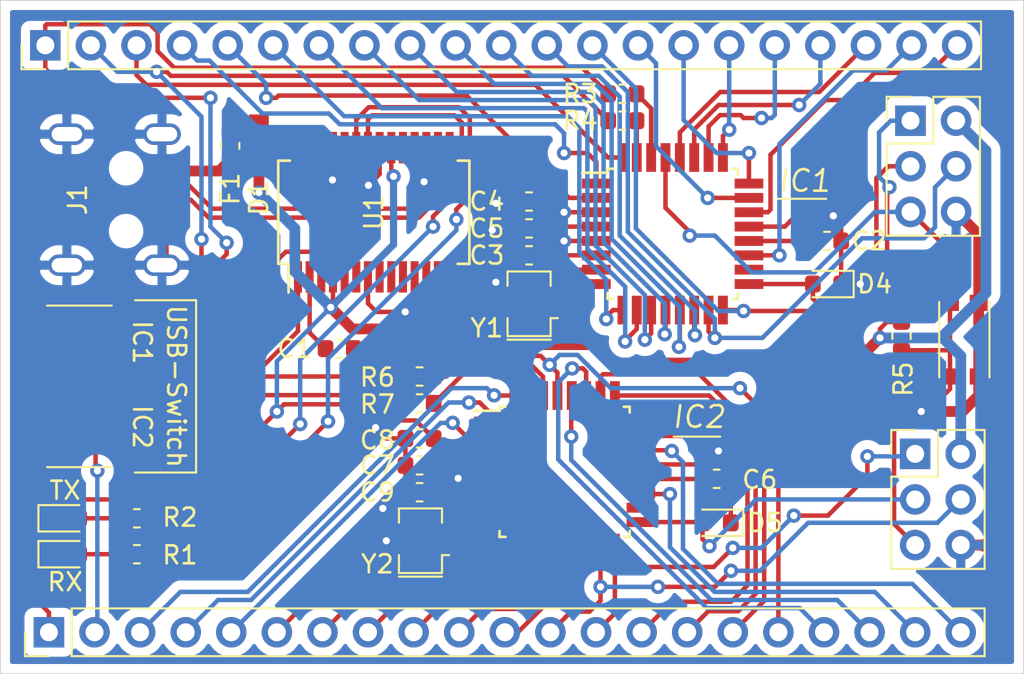
<source format=kicad_pcb>
(kicad_pcb (version 20171130) (host pcbnew 5.1.4-e60b266~84~ubuntu18.04.1)
  (layers (0 F.Cu signal hide) (31 B.Cu signal hide) (34 B.Paste user) (35 F.Paste user) (36 B.SilkS user) (37 F.SilkS user) (38 B.Mask user) (39 F.Mask user) (44 Edge.Cuts user))
  (net 0 "")
  (net 1 /RESET_USB)
  (net 2 /RESET)
  (net 3 GND)
  (net 4 "Net-(C2-Pad1)")
  (net 5 +5V)
  (net 6 "Net-(C6-Pad1)")
  (net 7 "Net-(D1-Pad2)")
  (net 8 /Atmega328P_1/D13_SCK)
  (net 9 /Atmega328P_2/D13_SCK)
  (net 10 "Net-(F1-Pad2)")
  (net 11 "Net-(J1-Pad4)")
  (net 12 "Net-(J1-Pad3)")
  (net 13 "Net-(J1-Pad2)")
  (net 14 "Net-(R1-Pad2)")
  (net 15 "Net-(R2-Pad2)")
  (net 16 /Atmega328P_1/D0_RX)
  (net 17 /RX_1)
  (net 18 /Atmega328P_1/D1_TX)
  (net 19 /TX_1)
  (net 20 /Atmega328P_2/D0_RX)
  (net 21 /RX_2)
  (net 22 /Atmega328P_2/D1_TX)
  (net 23 /TX_2)
  (net 24 /RX_USB)
  (net 25 /TX_USB)
  (net 26 "Net-(U1-Pad28)")
  (net 27 "Net-(U1-Pad27)")
  (net 28 "Net-(U1-Pad19)")
  (net 29 "Net-(U1-Pad17)")
  (net 30 "Net-(U1-Pad14)")
  (net 31 "Net-(U1-Pad13)")
  (net 32 "Net-(U1-Pad12)")
  (net 33 "Net-(U1-Pad11)")
  (net 34 "Net-(U1-Pad10)")
  (net 35 "Net-(U1-Pad9)")
  (net 36 "Net-(U1-Pad6)")
  (net 37 "Net-(U1-Pad3)")
  (net 38 "Net-(U2-Pad18)")
  (net 39 "Net-(U2-Pad8)")
  (net 40 "Net-(U2-Pad7)")
  (net 41 "Net-(U3-Pad18)")
  (net 42 "Net-(U3-Pad8)")
  (net 43 "Net-(U3-Pad7)")
  (net 44 /D11_1)
  (net 45 /D12_1)
  (net 46 /D11_2)
  (net 47 /D12_2)
  (net 48 /A7_2)
  (net 49 /A6_2)
  (net 50 /A5_2)
  (net 51 /A4_2)
  (net 52 /A3_2)
  (net 53 /A2_2)
  (net 54 /A1_2)
  (net 55 /A0_2)
  (net 56 /D10_2)
  (net 57 /D9_2)
  (net 58 /D8_2)
  (net 59 /D7_2)
  (net 60 /D6_2)
  (net 61 /D5_2)
  (net 62 /D4_2)
  (net 63 /D3_2)
  (net 64 /D2_2)
  (net 65 /A7_1)
  (net 66 /A6_1)
  (net 67 /A5_1)
  (net 68 /A4_1)
  (net 69 /A3_1)
  (net 70 /A2_1)
  (net 71 /A1_1)
  (net 72 /A0_1)
  (net 73 /D10_1)
  (net 74 /D9_1)
  (net 75 /D8_1)
  (net 76 /D7_1)
  (net 77 /D6_1)
  (net 78 /D5_1)
  (net 79 /D4_1)
  (net 80 /D3_1)
  (net 81 /D2_1)
  (net 82 /RX_LED)
  (net 83 /TX_LED)
  (module footprints:SW_CK_SPST_KMR7 (layer F.Cu) (at 148.7 46.4 270)
    (fp_text reference SW2 hide)
    (fp_text value RESET)
    (pad 2 smd rect (at 2.05 0.8 270) (size 0.9 1) (layers F.Cu F.Paste F.Mask) (net 2 /RESET))
    (pad 2 smd rect (at -2.05 0.8 270) (size 0.9 1) (layers F.Cu F.Paste F.Mask) (net 2 /RESET))
    (pad 1 smd rect (at 2.05 -0.8 270) (size 0.9 1) (layers F.Cu F.Paste F.Mask) (net 3 GND))
    (pad 1 smd rect (at -2.05 -0.8 270) (size 0.9 1) (layers F.Cu F.Paste F.Mask) (net 3 GND))
  )
  (module footprints:SW_CK_JS202011JCQN (layer F.Cu) (at 99.4 49 270)
    (fp_text reference SW1 hide)
    (fp_text value SW_Push_DPDT)
    (pad 6 smd rect (at 2.5 1.2 270) (size 0.8 1.6) (layers F.Cu F.Paste F.Mask) (net 23 /TX_2))
    (pad 5 smd rect (at 0 1.2 270) (size 0.8 1.6) (layers F.Cu F.Paste F.Mask) (net 24 /RX_USB))
    (pad 4 smd rect (at -2.5 1.2 270) (size 0.8 1.6) (layers F.Cu F.Paste F.Mask) (net 19 /TX_1))
    (pad 3 smd rect (at 2.5 -1.2 270) (size 0.8 1.6) (layers F.Cu F.Paste F.Mask) (net 21 /RX_2))
    (pad 2 smd rect (at 0 -1.2 270) (size 0.8 1.6) (layers F.Cu F.Paste F.Mask) (net 25 /TX_USB))
    (pad 1 smd rect (at -2.5 -1.2 270) (size 0.8 1.6) (layers F.Cu F.Paste F.Mask) (net 17 /RX_1))
  )
  (module footprints:USB_Mini_Hirose_UX60-MB-5S8 (layer F.Cu) (at 101.35 38.6 270)
    (fp_text reference J1 (at 0 2.05 90) (layer F.SilkS))
    (fp_text value USB_B_Mini)
    (pad 5 smd rect (at 1.6 -2.9 270) (size 0.5 2) (layers F.Cu F.Paste F.Mask) (net 3 GND))
    (pad 4 smd rect (at 0.8 -2.9 270) (size 0.5 2) (layers F.Cu F.Paste F.Mask) (net 11 "Net-(J1-Pad4)"))
    (pad 3 smd rect (at 0 -2.9 270) (size 0.5 2) (layers F.Cu F.Paste F.Mask) (net 12 "Net-(J1-Pad3)"))
    (pad 2 smd rect (at -0.8 -2.9 270) (size 0.5 2) (layers F.Cu F.Paste F.Mask) (net 13 "Net-(J1-Pad2)"))
    (pad 1 smd rect (at -1.6 -2.9 270) (size 0.5 2) (layers F.Cu F.Paste F.Mask) (net 10 "Net-(F1-Pad2)"))
    (pad "" np_thru_hole circle (at 1.75 -0.65 270) (size 0.9 0.9) (drill 0.9) (layers *.Cu *.Mask))
    (pad "" np_thru_hole circle (at -1.75 -0.65 270) (size 0.9 0.9) (drill 0.9) (layers *.Cu *.Mask))
    (pad 6 thru_hole oval (at 3.65 2.65 270) (size 1.2 2.1) (drill oval 0.8 1.7) (layers *.Cu *.Mask) (net 3 GND))
    (pad 6 thru_hole oval (at -3.65 2.65 270) (size 1.2 2.1) (drill oval 0.8 1.7) (layers *.Cu *.Mask) (net 3 GND))
    (pad 6 thru_hole oval (at 3.65 -2.65 270) (size 1.2 2.1) (drill oval 0.8 1.7) (layers *.Cu *.Mask) (net 3 GND))
    (pad 6 thru_hole oval (at -3.65 -2.65 270) (size 1.2 2.1) (drill oval 0.8 1.7) (layers *.Cu *.Mask) (net 3 GND))
  )
  (module Connector_PinHeader_2.54mm:PinHeader_1x21_P2.54mm_Vertical (layer F.Cu) (at 97.7 62.7 90)
    (fp_text reference J4 hide)
    (fp_text value Conn_01x21)
    (pad 21 thru_hole oval (at 0 50.8 90) (size 1.7 1.7) (drill 1) (layers *.Cu *.Mask) (net 48 /A7_2))
    (pad 20 thru_hole oval (at 0 48.26 90) (size 1.7 1.7) (drill 1) (layers *.Cu *.Mask) (net 49 /A6_2))
    (pad 19 thru_hole oval (at 0 45.72 90) (size 1.7 1.7) (drill 1) (layers *.Cu *.Mask) (net 50 /A5_2))
    (pad 18 thru_hole oval (at 0 43.18 90) (size 1.7 1.7) (drill 1) (layers *.Cu *.Mask) (net 51 /A4_2))
    (pad 17 thru_hole oval (at 0 40.64 90) (size 1.7 1.7) (drill 1) (layers *.Cu *.Mask) (net 52 /A3_2))
    (pad 16 thru_hole oval (at 0 38.1 90) (size 1.7 1.7) (drill 1) (layers *.Cu *.Mask) (net 53 /A2_2))
    (pad 15 thru_hole oval (at 0 35.56 90) (size 1.7 1.7) (drill 1) (layers *.Cu *.Mask) (net 54 /A1_2))
    (pad 14 thru_hole oval (at 0 33.02 90) (size 1.7 1.7) (drill 1) (layers *.Cu *.Mask) (net 55 /A0_2))
    (pad 13 thru_hole oval (at 0 30.48 90) (size 1.7 1.7) (drill 1) (layers *.Cu *.Mask) (net 47 /D12_2))
    (pad 12 thru_hole oval (at 0 27.94 90) (size 1.7 1.7) (drill 1) (layers *.Cu *.Mask) (net 46 /D11_2))
    (pad 11 thru_hole oval (at 0 25.4 90) (size 1.7 1.7) (drill 1) (layers *.Cu *.Mask) (net 56 /D10_2))
    (pad 10 thru_hole oval (at 0 22.86 90) (size 1.7 1.7) (drill 1) (layers *.Cu *.Mask) (net 57 /D9_2))
    (pad 9 thru_hole oval (at 0 20.32 90) (size 1.7 1.7) (drill 1) (layers *.Cu *.Mask) (net 58 /D8_2))
    (pad 8 thru_hole oval (at 0 17.78 90) (size 1.7 1.7) (drill 1) (layers *.Cu *.Mask) (net 59 /D7_2))
    (pad 7 thru_hole oval (at 0 15.24 90) (size 1.7 1.7) (drill 1) (layers *.Cu *.Mask) (net 60 /D6_2))
    (pad 6 thru_hole oval (at 0 12.7 90) (size 1.7 1.7) (drill 1) (layers *.Cu *.Mask) (net 61 /D5_2))
    (pad 5 thru_hole oval (at 0 10.16 90) (size 1.7 1.7) (drill 1) (layers *.Cu *.Mask) (net 62 /D4_2))
    (pad 4 thru_hole oval (at 0 7.62 90) (size 1.7 1.7) (drill 1) (layers *.Cu *.Mask) (net 63 /D3_2))
    (pad 3 thru_hole oval (at 0 5.08 90) (size 1.7 1.7) (drill 1) (layers *.Cu *.Mask) (net 64 /D2_2))
    (pad 2 thru_hole oval (at 0 2.54 90) (size 1.7 1.7) (drill 1) (layers *.Cu *.Mask) (net 23 /TX_2))
    (pad 1 thru_hole rect (at 0 0 90) (size 1.7 1.7) (drill 1) (layers *.Cu *.Mask) (net 21 /RX_2))
  )
  (module Connector_PinHeader_2.54mm:PinHeader_1x21_P2.54mm_Vertical (layer F.Cu) (at 97.5 30 90)
    (fp_text reference J5 hide)
    (fp_text value Conn_01x21)
    (pad 21 thru_hole oval (at 0 50.8 90) (size 1.7 1.7) (drill 1) (layers *.Cu *.Mask) (net 65 /A7_1))
    (pad 20 thru_hole oval (at 0 48.26 90) (size 1.7 1.7) (drill 1) (layers *.Cu *.Mask) (net 66 /A6_1))
    (pad 19 thru_hole oval (at 0 45.72 90) (size 1.7 1.7) (drill 1) (layers *.Cu *.Mask) (net 67 /A5_1))
    (pad 18 thru_hole oval (at 0 43.18 90) (size 1.7 1.7) (drill 1) (layers *.Cu *.Mask) (net 68 /A4_1))
    (pad 17 thru_hole oval (at 0 40.64 90) (size 1.7 1.7) (drill 1) (layers *.Cu *.Mask) (net 69 /A3_1))
    (pad 16 thru_hole oval (at 0 38.1 90) (size 1.7 1.7) (drill 1) (layers *.Cu *.Mask) (net 70 /A2_1))
    (pad 15 thru_hole oval (at 0 35.56 90) (size 1.7 1.7) (drill 1) (layers *.Cu *.Mask) (net 71 /A1_1))
    (pad 14 thru_hole oval (at 0 33.02 90) (size 1.7 1.7) (drill 1) (layers *.Cu *.Mask) (net 72 /A0_1))
    (pad 13 thru_hole oval (at 0 30.48 90) (size 1.7 1.7) (drill 1) (layers *.Cu *.Mask) (net 45 /D12_1))
    (pad 12 thru_hole oval (at 0 27.94 90) (size 1.7 1.7) (drill 1) (layers *.Cu *.Mask) (net 44 /D11_1))
    (pad 11 thru_hole oval (at 0 25.4 90) (size 1.7 1.7) (drill 1) (layers *.Cu *.Mask) (net 73 /D10_1))
    (pad 10 thru_hole oval (at 0 22.86 90) (size 1.7 1.7) (drill 1) (layers *.Cu *.Mask) (net 74 /D9_1))
    (pad 9 thru_hole oval (at 0 20.32 90) (size 1.7 1.7) (drill 1) (layers *.Cu *.Mask) (net 75 /D8_1))
    (pad 8 thru_hole oval (at 0 17.78 90) (size 1.7 1.7) (drill 1) (layers *.Cu *.Mask) (net 76 /D7_1))
    (pad 7 thru_hole oval (at 0 15.24 90) (size 1.7 1.7) (drill 1) (layers *.Cu *.Mask) (net 77 /D6_1))
    (pad 6 thru_hole oval (at 0 12.7 90) (size 1.7 1.7) (drill 1) (layers *.Cu *.Mask) (net 78 /D5_1))
    (pad 5 thru_hole oval (at 0 10.16 90) (size 1.7 1.7) (drill 1) (layers *.Cu *.Mask) (net 79 /D4_1))
    (pad 4 thru_hole oval (at 0 7.62 90) (size 1.7 1.7) (drill 1) (layers *.Cu *.Mask) (net 80 /D3_1))
    (pad 3 thru_hole oval (at 0 5.08 90) (size 1.7 1.7) (drill 1) (layers *.Cu *.Mask) (net 81 /D2_1))
    (pad 2 thru_hole oval (at 0 2.54 90) (size 1.7 1.7) (drill 1) (layers *.Cu *.Mask) (net 19 /TX_1))
    (pad 1 thru_hole rect (at 0 0 90) (size 1.7 1.7) (drill 1) (layers *.Cu *.Mask) (net 17 /RX_1))
  )
  (module Crystal:Resonator_SMD_muRata_CSTxExxV-3Pin_3.0x1.1mm (layer F.Cu) (at 118.4 57.6 90)
    (fp_text reference Y2 (at -1.3 -2.4 180) (layer F.SilkS))
    (fp_text value " CSTNE16M0VH3C000R0")
    (pad 3 smd rect (at 1.2 0 90) (size 0.4 1.9) (layers F.Cu F.Paste F.Mask) (net 43 "Net-(U3-Pad7)"))
    (pad 2 smd rect (at 0 0 90) (size 0.4 1.9) (layers F.Cu F.Paste F.Mask) (net 3 GND))
    (pad 1 smd rect (at -1.2 0 90) (size 0.4 1.9) (layers F.Cu F.Paste F.Mask) (net 42 "Net-(U3-Pad8)"))
  )
  (module Crystal:Resonator_SMD_muRata_CSTxExxV-3Pin_3.0x1.1mm (layer F.Cu) (at 124.45 44.4 90)
    (fp_text reference Y1 (at -1.35 -2.35 180) (layer F.SilkS))
    (fp_text value " CSTNE16M0VH3C000R0")
    (pad 3 smd rect (at 1.2 0 90) (size 0.4 1.9) (layers F.Cu F.Paste F.Mask) (net 40 "Net-(U2-Pad7)"))
    (pad 2 smd rect (at 0 0 90) (size 0.4 1.9) (layers F.Cu F.Paste F.Mask) (net 3 GND))
    (pad 1 smd rect (at -1.2 0 90) (size 0.4 1.9) (layers F.Cu F.Paste F.Mask) (net 39 "Net-(U2-Pad8)"))
  )
  (module Package_QFP:TQFP-32_7x7mm_P0.8mm (layer F.Cu) (at 126.43 53.76)
    (fp_text reference IC2 (at 7.47 -3.06 180) (layer F.SilkS) (effects (font (size 1.2 1.2) (thickness 0.15) italic)))
    (fp_text value ATmega328P-AU)
    (pad 1 smd rect (at -4.25 -2.8) (size 1.6 0.55) (layers F.Cu F.Paste F.Mask) (net 63 /D3_2))
    (pad 2 smd rect (at -4.25 -2) (size 1.6 0.55) (layers F.Cu F.Paste F.Mask) (net 62 /D4_2))
    (pad 3 smd rect (at -4.25 -1.2) (size 1.6 0.55) (layers F.Cu F.Paste F.Mask) (net 3 GND))
    (pad 4 smd rect (at -4.25 -0.4) (size 1.6 0.55) (layers F.Cu F.Paste F.Mask) (net 5 +5V))
    (pad 5 smd rect (at -4.25 0.4) (size 1.6 0.55) (layers F.Cu F.Paste F.Mask) (net 3 GND))
    (pad 6 smd rect (at -4.25 1.2) (size 1.6 0.55) (layers F.Cu F.Paste F.Mask) (net 5 +5V))
    (pad 7 smd rect (at -4.25 2) (size 1.6 0.55) (layers F.Cu F.Paste F.Mask) (net 43 "Net-(U3-Pad7)"))
    (pad 8 smd rect (at -4.25 2.8) (size 1.6 0.55) (layers F.Cu F.Paste F.Mask) (net 42 "Net-(U3-Pad8)"))
    (pad 9 smd rect (at -2.8 4.25 90) (size 1.6 0.55) (layers F.Cu F.Paste F.Mask) (net 61 /D5_2))
    (pad 10 smd rect (at -2 4.25 90) (size 1.6 0.55) (layers F.Cu F.Paste F.Mask) (net 60 /D6_2))
    (pad 11 smd rect (at -1.2 4.25 90) (size 1.6 0.55) (layers F.Cu F.Paste F.Mask) (net 59 /D7_2))
    (pad 12 smd rect (at -0.4 4.25 90) (size 1.6 0.55) (layers F.Cu F.Paste F.Mask) (net 58 /D8_2))
    (pad 13 smd rect (at 0.4 4.25 90) (size 1.6 0.55) (layers F.Cu F.Paste F.Mask) (net 57 /D9_2))
    (pad 14 smd rect (at 1.2 4.25 90) (size 1.6 0.55) (layers F.Cu F.Paste F.Mask) (net 56 /D10_2))
    (pad 15 smd rect (at 2 4.25 90) (size 1.6 0.55) (layers F.Cu F.Paste F.Mask) (net 46 /D11_2))
    (pad 16 smd rect (at 2.8 4.25 90) (size 1.6 0.55) (layers F.Cu F.Paste F.Mask) (net 47 /D12_2))
    (pad 17 smd rect (at 4.25 2.8) (size 1.6 0.55) (layers F.Cu F.Paste F.Mask) (net 9 /Atmega328P_2/D13_SCK))
    (pad 18 smd rect (at 4.25 2) (size 1.6 0.55) (layers F.Cu F.Paste F.Mask) (net 41 "Net-(U3-Pad18)"))
    (pad 19 smd rect (at 4.25 1.2) (size 1.6 0.55) (layers F.Cu F.Paste F.Mask) (net 49 /A6_2))
    (pad 20 smd rect (at 4.25 0.4) (size 1.6 0.55) (layers F.Cu F.Paste F.Mask) (net 6 "Net-(C6-Pad1)"))
    (pad 21 smd rect (at 4.25 -0.4) (size 1.6 0.55) (layers F.Cu F.Paste F.Mask) (net 3 GND))
    (pad 22 smd rect (at 4.25 -1.2) (size 1.6 0.55) (layers F.Cu F.Paste F.Mask) (net 48 /A7_2))
    (pad 23 smd rect (at 4.25 -2) (size 1.6 0.55) (layers F.Cu F.Paste F.Mask) (net 55 /A0_2))
    (pad 24 smd rect (at 4.25 -2.8) (size 1.6 0.55) (layers F.Cu F.Paste F.Mask) (net 54 /A1_2))
    (pad 25 smd rect (at 2.8 -4.25 90) (size 1.6 0.55) (layers F.Cu F.Paste F.Mask) (net 53 /A2_2))
    (pad 26 smd rect (at 2 -4.25 90) (size 1.6 0.55) (layers F.Cu F.Paste F.Mask) (net 52 /A3_2))
    (pad 27 smd rect (at 1.2 -4.25 90) (size 1.6 0.55) (layers F.Cu F.Paste F.Mask) (net 51 /A4_2))
    (pad 28 smd rect (at 0.4 -4.25 90) (size 1.6 0.55) (layers F.Cu F.Paste F.Mask) (net 50 /A5_2))
    (pad 29 smd rect (at -0.4 -4.25 90) (size 1.6 0.55) (layers F.Cu F.Paste F.Mask) (net 2 /RESET))
    (pad 30 smd rect (at -1.2 -4.25 90) (size 1.6 0.55) (layers F.Cu F.Paste F.Mask) (net 20 /Atmega328P_2/D0_RX))
    (pad 31 smd rect (at -2 -4.25 90) (size 1.6 0.55) (layers F.Cu F.Paste F.Mask) (net 22 /Atmega328P_2/D1_TX))
    (pad 32 smd rect (at -2.8 -4.25 90) (size 1.6 0.55) (layers F.Cu F.Paste F.Mask) (net 64 /D2_2))
  )
  (module Package_QFP:TQFP-32_7x7mm_P0.8mm (layer F.Cu) (at 132.45 40.5)
    (fp_text reference IC1 (at 7.35 -2.95 180) (layer F.SilkS) (effects (font (size 1.2 1.2) (thickness 0.15) italic)))
    (fp_text value ATmega328P-AU)
    (pad 32 smd rect (at -2.8 -4.25 90) (size 1.6 0.55) (layers F.Cu F.Paste F.Mask) (net 81 /D2_1))
    (pad 31 smd rect (at -2 -4.25 90) (size 1.6 0.55) (layers F.Cu F.Paste F.Mask) (net 18 /Atmega328P_1/D1_TX))
    (pad 30 smd rect (at -1.2 -4.25 90) (size 1.6 0.55) (layers F.Cu F.Paste F.Mask) (net 16 /Atmega328P_1/D0_RX))
    (pad 29 smd rect (at -0.4 -4.25 90) (size 1.6 0.55) (layers F.Cu F.Paste F.Mask) (net 2 /RESET))
    (pad 28 smd rect (at 0.4 -4.25 90) (size 1.6 0.55) (layers F.Cu F.Paste F.Mask) (net 67 /A5_1))
    (pad 27 smd rect (at 1.2 -4.25 90) (size 1.6 0.55) (layers F.Cu F.Paste F.Mask) (net 68 /A4_1))
    (pad 26 smd rect (at 2 -4.25 90) (size 1.6 0.55) (layers F.Cu F.Paste F.Mask) (net 69 /A3_1))
    (pad 25 smd rect (at 2.8 -4.25 90) (size 1.6 0.55) (layers F.Cu F.Paste F.Mask) (net 70 /A2_1))
    (pad 24 smd rect (at 4.25 -2.8) (size 1.6 0.55) (layers F.Cu F.Paste F.Mask) (net 71 /A1_1))
    (pad 23 smd rect (at 4.25 -2) (size 1.6 0.55) (layers F.Cu F.Paste F.Mask) (net 72 /A0_1))
    (pad 22 smd rect (at 4.25 -1.2) (size 1.6 0.55) (layers F.Cu F.Paste F.Mask) (net 65 /A7_1))
    (pad 21 smd rect (at 4.25 -0.4) (size 1.6 0.55) (layers F.Cu F.Paste F.Mask) (net 3 GND))
    (pad 20 smd rect (at 4.25 0.4) (size 1.6 0.55) (layers F.Cu F.Paste F.Mask) (net 4 "Net-(C2-Pad1)"))
    (pad 19 smd rect (at 4.25 1.2) (size 1.6 0.55) (layers F.Cu F.Paste F.Mask) (net 66 /A6_1))
    (pad 18 smd rect (at 4.25 2) (size 1.6 0.55) (layers F.Cu F.Paste F.Mask) (net 38 "Net-(U2-Pad18)"))
    (pad 17 smd rect (at 4.25 2.8) (size 1.6 0.55) (layers F.Cu F.Paste F.Mask) (net 8 /Atmega328P_1/D13_SCK))
    (pad 16 smd rect (at 2.8 4.25 90) (size 1.6 0.55) (layers F.Cu F.Paste F.Mask) (net 45 /D12_1))
    (pad 15 smd rect (at 2 4.25 90) (size 1.6 0.55) (layers F.Cu F.Paste F.Mask) (net 44 /D11_1))
    (pad 14 smd rect (at 1.2 4.25 90) (size 1.6 0.55) (layers F.Cu F.Paste F.Mask) (net 73 /D10_1))
    (pad 13 smd rect (at 0.4 4.25 90) (size 1.6 0.55) (layers F.Cu F.Paste F.Mask) (net 74 /D9_1))
    (pad 12 smd rect (at -0.4 4.25 90) (size 1.6 0.55) (layers F.Cu F.Paste F.Mask) (net 75 /D8_1))
    (pad 11 smd rect (at -1.2 4.25 90) (size 1.6 0.55) (layers F.Cu F.Paste F.Mask) (net 76 /D7_1))
    (pad 10 smd rect (at -2 4.25 90) (size 1.6 0.55) (layers F.Cu F.Paste F.Mask) (net 77 /D6_1))
    (pad 9 smd rect (at -2.8 4.25 90) (size 1.6 0.55) (layers F.Cu F.Paste F.Mask) (net 78 /D5_1))
    (pad 8 smd rect (at -4.25 2.8) (size 1.6 0.55) (layers F.Cu F.Paste F.Mask) (net 39 "Net-(U2-Pad8)"))
    (pad 7 smd rect (at -4.25 2) (size 1.6 0.55) (layers F.Cu F.Paste F.Mask) (net 40 "Net-(U2-Pad7)"))
    (pad 6 smd rect (at -4.25 1.2) (size 1.6 0.55) (layers F.Cu F.Paste F.Mask) (net 5 +5V))
    (pad 5 smd rect (at -4.25 0.4) (size 1.6 0.55) (layers F.Cu F.Paste F.Mask) (net 3 GND))
    (pad 4 smd rect (at -4.25 -0.4) (size 1.6 0.55) (layers F.Cu F.Paste F.Mask) (net 5 +5V))
    (pad 3 smd rect (at -4.25 -1.2) (size 1.6 0.55) (layers F.Cu F.Paste F.Mask) (net 3 GND))
    (pad 2 smd rect (at -4.25 -2) (size 1.6 0.55) (layers F.Cu F.Paste F.Mask) (net 79 /D4_1))
    (pad 1 smd rect (at -4.25 -2.8) (size 1.6 0.55) (layers F.Cu F.Paste F.Mask) (net 80 /D3_1))
  )
  (module Package_SO:SSOP-28_5.3x10.2mm_P0.65mm (layer F.Cu) (at 115.8 39.3 90)
    (fp_text reference U1 (at 0 0 90) (layer F.SilkS))
    (fp_text value FT232RL)
    (pad 28 smd rect (at 3.6 -4.225 90) (size 1.75 0.45) (layers F.Cu F.Paste F.Mask) (net 26 "Net-(U1-Pad28)"))
    (pad 27 smd rect (at 3.6 -3.575 90) (size 1.75 0.45) (layers F.Cu F.Paste F.Mask) (net 27 "Net-(U1-Pad27)"))
    (pad 26 smd rect (at 3.6 -2.925 90) (size 1.75 0.45) (layers F.Cu F.Paste F.Mask) (net 3 GND))
    (pad 25 smd rect (at 3.6 -2.275 90) (size 1.75 0.45) (layers F.Cu F.Paste F.Mask) (net 3 GND))
    (pad 24 smd rect (at 3.6 -1.625 90) (size 1.75 0.45) (layers F.Cu F.Paste F.Mask))
    (pad 23 smd rect (at 3.6 -0.975 90) (size 1.75 0.45) (layers F.Cu F.Paste F.Mask) (net 14 "Net-(R1-Pad2)"))
    (pad 22 smd rect (at 3.6 -0.325 90) (size 1.75 0.45) (layers F.Cu F.Paste F.Mask) (net 15 "Net-(R2-Pad2)"))
    (pad 21 smd rect (at 3.6 0.325 90) (size 1.75 0.45) (layers F.Cu F.Paste F.Mask) (net 3 GND))
    (pad 20 smd rect (at 3.6 0.975 90) (size 1.75 0.45) (layers F.Cu F.Paste F.Mask) (net 5 +5V))
    (pad 19 smd rect (at 3.6 1.625 90) (size 1.75 0.45) (layers F.Cu F.Paste F.Mask) (net 28 "Net-(U1-Pad19)"))
    (pad 18 smd rect (at 3.6 2.275 90) (size 1.75 0.45) (layers F.Cu F.Paste F.Mask) (net 3 GND))
    (pad 17 smd rect (at 3.6 2.925 90) (size 1.75 0.45) (layers F.Cu F.Paste F.Mask) (net 29 "Net-(U1-Pad17)"))
    (pad 16 smd rect (at 3.6 3.575 90) (size 1.75 0.45) (layers F.Cu F.Paste F.Mask) (net 13 "Net-(J1-Pad2)"))
    (pad 15 smd rect (at 3.6 4.225 90) (size 1.75 0.45) (layers F.Cu F.Paste F.Mask) (net 12 "Net-(J1-Pad3)"))
    (pad 14 smd rect (at -3.6 4.225 90) (size 1.75 0.45) (layers F.Cu F.Paste F.Mask) (net 30 "Net-(U1-Pad14)"))
    (pad 13 smd rect (at -3.6 3.575 90) (size 1.75 0.45) (layers F.Cu F.Paste F.Mask) (net 31 "Net-(U1-Pad13)"))
    (pad 12 smd rect (at -3.6 2.925 90) (size 1.75 0.45) (layers F.Cu F.Paste F.Mask) (net 32 "Net-(U1-Pad12)"))
    (pad 11 smd rect (at -3.6 2.275 90) (size 1.75 0.45) (layers F.Cu F.Paste F.Mask) (net 33 "Net-(U1-Pad11)"))
    (pad 10 smd rect (at -3.6 1.625 90) (size 1.75 0.45) (layers F.Cu F.Paste F.Mask) (net 34 "Net-(U1-Pad10)"))
    (pad 9 smd rect (at -3.6 0.975 90) (size 1.75 0.45) (layers F.Cu F.Paste F.Mask) (net 35 "Net-(U1-Pad9)"))
    (pad 8 smd rect (at -3.6 0.325 90) (size 1.75 0.45) (layers F.Cu F.Paste F.Mask))
    (pad 7 smd rect (at -3.6 -0.325 90) (size 1.75 0.45) (layers F.Cu F.Paste F.Mask) (net 3 GND))
    (pad 6 smd rect (at -3.6 -0.975 90) (size 1.75 0.45) (layers F.Cu F.Paste F.Mask) (net 36 "Net-(U1-Pad6)"))
    (pad 5 smd rect (at -3.6 -1.625 90) (size 1.75 0.45) (layers F.Cu F.Paste F.Mask) (net 24 /RX_USB))
    (pad 4 smd rect (at -3.6 -2.275 90) (size 1.75 0.45) (layers F.Cu F.Paste F.Mask) (net 5 +5V))
    (pad 3 smd rect (at -3.6 -2.925 90) (size 1.75 0.45) (layers F.Cu F.Paste F.Mask) (net 37 "Net-(U1-Pad3)"))
    (pad 2 smd rect (at -3.6 -3.575 90) (size 1.75 0.45) (layers F.Cu F.Paste F.Mask) (net 1 /RESET_USB))
    (pad 1 smd rect (at -3.6 -4.225 90) (size 1.75 0.45) (layers F.Cu F.Paste F.Mask) (net 25 /TX_USB))
  )
  (module Resistor_SMD:R_0603_1608Metric (layer F.Cu) (at 118.35 49.95)
    (fp_text reference R7 (at -2.35 0.05) (layer F.SilkS))
    (fp_text value 1k)
    (pad 2 smd roundrect (at 0.7875 0) (size 0.875 0.95) (layers F.Cu F.Paste F.Mask) (net 22 /Atmega328P_2/D1_TX))
    (pad 1 smd roundrect (at -0.7875 0) (size 0.875 0.95) (layers F.Cu F.Paste F.Mask) (net 23 /TX_2))
  )
  (module Resistor_SMD:R_0603_1608Metric (layer F.Cu) (at 118.35 48.45)
    (fp_text reference R6 (at -2.35 0.05) (layer F.SilkS))
    (fp_text value 1k)
    (pad 2 smd roundrect (at 0.7875 0) (size 0.875 0.95) (layers F.Cu F.Paste F.Mask) (net 20 /Atmega328P_2/D0_RX))
    (pad 1 smd roundrect (at -0.7875 0) (size 0.875 0.95) (layers F.Cu F.Paste F.Mask) (net 21 /RX_2))
  )
  (module Resistor_SMD:R_0603_1608Metric (layer F.Cu) (at 145.2 46.2 270)
    (fp_text reference R5 (at 2.4 -0.1 90) (layer F.SilkS))
    (fp_text value 1k)
    (pad 2 smd roundrect (at 0.7875 0 270) (size 0.875 0.95) (layers F.Cu F.Paste F.Mask) (net 2 /RESET))
    (pad 1 smd roundrect (at -0.7875 0 270) (size 0.875 0.95) (layers F.Cu F.Paste F.Mask) (net 5 +5V))
  )
  (module Resistor_SMD:R_0603_1608Metric (layer F.Cu) (at 129.65 34.2)
    (fp_text reference R4 (at -2.35 0) (layer F.SilkS))
    (fp_text value 1k)
    (pad 2 smd roundrect (at 0.7875 0) (size 0.875 0.95) (layers F.Cu F.Paste F.Mask) (net 18 /Atmega328P_1/D1_TX))
    (pad 1 smd roundrect (at -0.7875 0) (size 0.875 0.95) (layers F.Cu F.Paste F.Mask) (net 19 /TX_1))
  )
  (module Resistor_SMD:R_0603_1608Metric (layer F.Cu) (at 129.65 32.7)
    (fp_text reference R3 (at -2.35 0) (layer F.SilkS))
    (fp_text value 1k)
    (pad 2 smd roundrect (at 0.7875 0) (size 0.875 0.95) (layers F.Cu F.Paste F.Mask) (net 16 /Atmega328P_1/D0_RX))
    (pad 1 smd roundrect (at -0.7875 0) (size 0.875 0.95) (layers F.Cu F.Paste F.Mask) (net 17 /RX_1))
  )
  (module Resistor_SMD:R_0603_1608Metric (layer F.Cu) (at 102.6 56.35)
    (fp_text reference R2 (at 2.4 -0.05) (layer F.SilkS))
    (fp_text value 1k)
    (pad 2 smd roundrect (at 0.7875 0) (size 0.875 0.95) (layers F.Cu F.Paste F.Mask) (net 15 "Net-(R2-Pad2)"))
    (pad 1 smd roundrect (at -0.7875 0) (size 0.875 0.95) (layers F.Cu F.Paste F.Mask) (net 83 /TX_LED))
  )
  (module Resistor_SMD:R_0603_1608Metric (layer F.Cu) (at 102.6 58.35)
    (fp_text reference R1 (at 2.4 0.05) (layer F.SilkS))
    (fp_text value 1k)
    (pad 2 smd roundrect (at 0.7875 0) (size 0.875 0.95) (layers F.Cu F.Paste F.Mask) (net 14 "Net-(R1-Pad2)"))
    (pad 1 smd roundrect (at -0.7875 0) (size 0.875 0.95) (layers F.Cu F.Paste F.Mask) (net 82 /RX_LED))
  )
  (module Connector_PinHeader_2.54mm:PinHeader_2x03_P2.54mm_Vertical (layer F.Cu) (at 145.96 52.76)
    (fp_text reference J3 hide)
    (fp_text value Conn_02x03_Odd_Even)
    (pad 6 thru_hole oval (at 2.54 5.08) (size 1.7 1.7) (drill 1) (layers *.Cu *.Mask) (net 3 GND))
    (pad 5 thru_hole oval (at 0 5.08) (size 1.7 1.7) (drill 1) (layers *.Cu *.Mask) (net 2 /RESET))
    (pad 4 thru_hole oval (at 2.54 2.54) (size 1.7 1.7) (drill 1) (layers *.Cu *.Mask) (net 46 /D11_2))
    (pad 3 thru_hole oval (at 0 2.54) (size 1.7 1.7) (drill 1) (layers *.Cu *.Mask) (net 9 /Atmega328P_2/D13_SCK))
    (pad 2 thru_hole oval (at 2.54 0) (size 1.7 1.7) (drill 1) (layers *.Cu *.Mask) (net 5 +5V))
    (pad 1 thru_hole rect (at 0 0) (size 1.7 1.7) (drill 1) (layers *.Cu *.Mask) (net 47 /D12_2))
  )
  (module Connector_PinHeader_2.54mm:PinHeader_2x03_P2.54mm_Vertical (layer F.Cu) (at 145.7 34.2)
    (fp_text reference J2 hide)
    (fp_text value Conn_02x03_Odd_Even)
    (pad 6 thru_hole oval (at 2.54 5.08) (size 1.7 1.7) (drill 1) (layers *.Cu *.Mask) (net 3 GND))
    (pad 5 thru_hole oval (at 0 5.08) (size 1.7 1.7) (drill 1) (layers *.Cu *.Mask) (net 2 /RESET))
    (pad 4 thru_hole oval (at 2.54 2.54) (size 1.7 1.7) (drill 1) (layers *.Cu *.Mask) (net 44 /D11_1))
    (pad 3 thru_hole oval (at 0 2.54) (size 1.7 1.7) (drill 1) (layers *.Cu *.Mask) (net 8 /Atmega328P_1/D13_SCK))
    (pad 2 thru_hole oval (at 2.54 0) (size 1.7 1.7) (drill 1) (layers *.Cu *.Mask) (net 5 +5V))
    (pad 1 thru_hole rect (at 0 0) (size 1.7 1.7) (drill 1) (layers *.Cu *.Mask) (net 45 /D12_1))
  )
  (module Fuse:Fuse_0603_1608Metric (layer F.Cu) (at 107.8 35.6 270)
    (fp_text reference F1 (at 2.4 0 270) (layer F.SilkS))
    (fp_text value Polyfuse)
    (pad 2 smd roundrect (at 0.7875 0 270) (size 0.875 0.95) (layers F.Cu F.Paste F.Mask) (net 10 "Net-(F1-Pad2)"))
    (pad 1 smd roundrect (at -0.7875 0 270) (size 0.875 0.95) (layers F.Cu F.Paste F.Mask) (net 7 "Net-(D1-Pad2)"))
  )
  (module LED_SMD:LED_0603_1608Metric (layer F.Cu) (at 134.9 56.6 180)
    (fp_text reference D5 (at -2.7 0) (layer F.SilkS))
    (fp_text value DEBUG_LED)
    (pad 2 smd roundrect (at 0.7875 0 180) (size 0.875 0.95) (layers F.Cu F.Paste F.Mask) (net 9 /Atmega328P_2/D13_SCK))
    (pad 1 smd roundrect (at -0.7875 0 180) (size 0.875 0.95) (layers F.Cu F.Paste F.Mask) (net 3 GND))
  )
  (module LED_SMD:LED_0603_1608Metric (layer F.Cu) (at 141.05 43.3 180)
    (fp_text reference D4 (at -2.65 0) (layer F.SilkS))
    (fp_text value DEBUG_LED)
    (pad 2 smd roundrect (at 0.7875 0 180) (size 0.875 0.95) (layers F.Cu F.Paste F.Mask) (net 8 /Atmega328P_1/D13_SCK))
    (pad 1 smd roundrect (at -0.7875 0 180) (size 0.875 0.95) (layers F.Cu F.Paste F.Mask) (net 3 GND))
  )
  (module LED_SMD:LED_0603_1608Metric (layer F.Cu) (at 98.6 56.35)
    (fp_text reference TX (at 0 -1.55 unlocked) (layer F.SilkS))
    (fp_text value TX)
    (pad 2 smd roundrect (at 0.7875 0) (size 0.875 0.95) (layers F.Cu F.Paste F.Mask) (net 83 /TX_LED))
    (pad 1 smd roundrect (at -0.7875 0) (size 0.875 0.95) (layers F.Cu F.Paste F.Mask) (net 5 +5V))
  )
  (module LED_SMD:LED_0603_1608Metric (layer F.Cu) (at 98.6 58.35)
    (fp_text reference RX (at 0 1.55 unlocked) (layer F.SilkS))
    (fp_text value RX)
    (pad 2 smd roundrect (at 0.7875 0) (size 0.875 0.95) (layers F.Cu F.Paste F.Mask) (net 82 /RX_LED))
    (pad 1 smd roundrect (at -0.7875 0) (size 0.875 0.95) (layers F.Cu F.Paste F.Mask) (net 5 +5V))
  )
  (module footprints:Diode_Shottky_Vishay_MSS1P3L (layer F.Cu) (at 109.4 35.5 270)
    (fp_text reference D1 (at 3 0 90) (layer F.SilkS))
    (fp_text value SS1P3L)
    (pad 2 smd rect (at -0.65 0 270) (size 2 1.1) (layers F.Cu F.Paste F.Mask) (net 7 "Net-(D1-Pad2)"))
    (pad 1 smd rect (at 1.25 0 270) (size 0.8 0.8) (layers F.Cu F.Paste F.Mask) (net 5 +5V))
  )
  (module Capacitor_SMD:C_0603_1608Metric (layer F.Cu) (at 118.35 54.9 180)
    (fp_text reference C9 (at 2.35 0) (layer F.SilkS))
    (fp_text value 1µF)
    (pad 2 smd roundrect (at 0.7875 0 180) (size 0.875 0.95) (layers F.Cu F.Paste F.Mask) (net 3 GND))
    (pad 1 smd roundrect (at -0.7875 0 180) (size 0.875 0.95) (layers F.Cu F.Paste F.Mask) (net 5 +5V))
  )
  (module Capacitor_SMD:C_0603_1608Metric (layer F.Cu) (at 118.35 51.9 180)
    (fp_text reference C8 (at 2.35 -0.1) (layer F.SilkS))
    (fp_text value 4,7µF)
    (pad 2 smd roundrect (at 0.7875 0 180) (size 0.875 0.95) (layers F.Cu F.Paste F.Mask) (net 3 GND))
    (pad 1 smd roundrect (at -0.7875 0 180) (size 0.875 0.95) (layers F.Cu F.Paste F.Mask) (net 5 +5V))
  )
  (module Capacitor_SMD:C_0603_1608Metric (layer F.Cu) (at 118.35 53.4 180)
    (fp_text reference C7 (at 2.35 0 180) (layer F.SilkS))
    (fp_text value 1µF)
    (pad 2 smd roundrect (at 0.7875 0 180) (size 0.875 0.95) (layers F.Cu F.Paste F.Mask) (net 3 GND))
    (pad 1 smd roundrect (at -0.7875 0 180) (size 0.875 0.95) (layers F.Cu F.Paste F.Mask) (net 5 +5V))
  )
  (module Capacitor_SMD:C_0603_1608Metric (layer F.Cu) (at 134.9 54.15)
    (fp_text reference C6 (at 2.4 0.05) (layer F.SilkS))
    (fp_text value 100nF)
    (pad 2 smd roundrect (at 0.7875 0) (size 0.875 0.95) (layers F.Cu F.Paste F.Mask) (net 3 GND))
    (pad 1 smd roundrect (at -0.7875 0) (size 0.875 0.95) (layers F.Cu F.Paste F.Mask) (net 6 "Net-(C6-Pad1)"))
  )
  (module Capacitor_SMD:C_0603_1608Metric (layer F.Cu) (at 124.45 40.2 180)
    (fp_text reference C5 (at 2.35 0) (layer F.SilkS))
    (fp_text value 1µF)
    (pad 2 smd roundrect (at 0.7875 0 180) (size 0.875 0.95) (layers F.Cu F.Paste F.Mask) (net 3 GND))
    (pad 1 smd roundrect (at -0.7875 0 180) (size 0.875 0.95) (layers F.Cu F.Paste F.Mask) (net 5 +5V))
  )
  (module Capacitor_SMD:C_0603_1608Metric (layer F.Cu) (at 124.45 38.7 180)
    (fp_text reference C4 (at 2.35 0) (layer F.SilkS))
    (fp_text value 4,7µF)
    (pad 2 smd roundrect (at 0.7875 0 180) (size 0.875 0.95) (layers F.Cu F.Paste F.Mask) (net 3 GND))
    (pad 1 smd roundrect (at -0.7875 0 180) (size 0.875 0.95) (layers F.Cu F.Paste F.Mask) (net 5 +5V))
  )
  (module Capacitor_SMD:C_0603_1608Metric (layer F.Cu) (at 124.45 41.7 180)
    (fp_text reference C3 (at 2.35 0) (layer F.SilkS))
    (fp_text value 1µF)
    (pad 2 smd roundrect (at 0.7875 0 180) (size 0.875 0.95) (layers F.Cu F.Paste F.Mask) (net 3 GND))
    (pad 1 smd roundrect (at -0.7875 0 180) (size 0.875 0.95) (layers F.Cu F.Paste F.Mask) (net 5 +5V))
  )
  (module Capacitor_SMD:C_0603_1608Metric (layer F.Cu) (at 141.05 40.9)
    (fp_text reference C2 (at 2.35 0) (layer F.SilkS))
    (fp_text value 100nF)
    (pad 2 smd roundrect (at 0.7875 0) (size 0.875 0.95) (layers F.Cu F.Paste F.Mask) (net 3 GND))
    (pad 1 smd roundrect (at -0.7875 0) (size 0.875 0.95) (layers F.Cu F.Paste F.Mask) (net 4 "Net-(C2-Pad1)"))
  )
  (module Capacitor_SMD:C_0603_1608Metric (layer F.Cu) (at 113.9 46.9 180)
    (fp_text reference C1 (at 2.5 0) (layer F.SilkS))
    (fp_text value 100nF)
    (pad 2 smd roundrect (at 0.7875 0 180) (size 0.875 0.95) (layers F.Cu F.Paste F.Mask) (net 1 /RESET_USB))
    (pad 1 smd roundrect (at -0.7875 0 180) (size 0.875 0.95) (layers F.Cu F.Paste F.Mask) (net 2 /RESET))
  )
  (gr_line (start 105.9 53.8) (end 102.5 53.8) (layer F.SilkS) (width 0.12))
  (gr_line (start 105.9 44.2) (end 105.9 53.8) (layer F.SilkS) (width 0.12))
  (gr_line (start 102.5 44.2) (end 105.9 44.2) (layer F.SilkS) (width 0.12))
  (gr_text USB-Switch (at 104.8 49 270) (layer F.SilkS) (effects (font (size 1 1))))
  (gr_line (start 132.5 51.8) (end 135.1 51.8) (layer F.SilkS) (width 0.12))
  (gr_line (start 138.3 38.55) (end 141 38.55) (layer F.SilkS) (width 0.12))
  (gr_text "IC1   IC2\n" (at 102.9 48.9 270) (layer F.SilkS) (effects (font (size 1 1))))
  (gr_line (start 152 27.5) (end 152 65) (layer Edge.Cuts) (width 0.05))
  (gr_line (start 95 65) (end 152 65) (layer Edge.Cuts) (width 0.05))
  (gr_line (start 95 27.5) (end 95 65) (layer Edge.Cuts) (width 0.05))
  (gr_line (start 95 27.5) (end 152 27.5) (layer Edge.Cuts) (width 0.05))
  (segment (start 112.225 46.0125) (end 113.1125 46.9) (width 0.25) (layer F.Cu) (net 1))
  (segment (start 112.225 42.9) (end 112.225 46.0125) (width 0.25) (layer F.Cu) (net 1))
  (segment (start 132.05 36.25) (end 132.05 39.05) (width 0.25) (layer F.Cu) (net 2))
  (via (at 133.4 40.6) (size 0.8) (drill 0.4) (layers F.Cu B.Cu) (net 2))
  (segment (start 132.05 39.05) (end 133.4 40.4) (width 0.25) (layer F.Cu) (net 2))
  (segment (start 133.4 40.4) (end 133.4 40.6) (width 0.25) (layer F.Cu) (net 2))
  (segment (start 147.9 48.45) (end 147.9 47) (width 0.25) (layer F.Cu) (net 2))
  (segment (start 147.9 47) (end 147.9 44.35) (width 0.25) (layer F.Cu) (net 2))
  (segment (start 147.8875 46.9875) (end 147.9 47) (width 0.25) (layer F.Cu) (net 2))
  (segment (start 145.2 46.9875) (end 147.8875 46.9875) (width 0.25) (layer F.Cu) (net 2))
  (segment (start 147.9 41.48) (end 145.7 39.28) (width 0.25) (layer F.Cu) (net 2))
  (segment (start 147.9 44.35) (end 147.9 41.48) (width 0.25) (layer F.Cu) (net 2))
  (segment (start 144.784999 56.664999) (end 145.110001 56.990001) (width 0.25) (layer F.Cu) (net 2))
  (segment (start 147.9 49.15) (end 147.65 49.4) (width 0.25) (layer F.Cu) (net 2))
  (segment (start 147.9 48.45) (end 147.9 49.15) (width 0.25) (layer F.Cu) (net 2))
  (segment (start 145.110001 56.990001) (end 145.96 57.84) (width 0.25) (layer F.Cu) (net 2))
  (segment (start 147.65 49.4) (end 145.3 49.4) (width 0.25) (layer F.Cu) (net 2))
  (segment (start 145.3 49.4) (end 144.784999 49.915001) (width 0.25) (layer F.Cu) (net 2))
  (segment (start 144.784999 49.915001) (end 144.784999 56.664999) (width 0.25) (layer F.Cu) (net 2))
  (via (at 125.597653 47.802347) (size 0.8) (drill 0.4) (layers F.Cu B.Cu) (net 2))
  (via (at 136.2 49.1) (size 0.8) (drill 0.4) (layers F.Cu B.Cu) (net 2))
  (segment (start 137 49.9) (end 136.2 49.1) (width 0.25) (layer F.Cu) (net 2))
  (segment (start 144.784999 49.915001) (end 144.769998 49.9) (width 0.25) (layer F.Cu) (net 2))
  (segment (start 144.769998 49.9) (end 137 49.9) (width 0.25) (layer F.Cu) (net 2))
  (segment (start 140.35 42.65) (end 143.72 39.28) (width 0.25) (layer B.Cu) (net 2))
  (segment (start 143.72 39.28) (end 145.7 39.28) (width 0.25) (layer B.Cu) (net 2))
  (segment (start 136.85 42.65) (end 140.35 42.65) (width 0.25) (layer B.Cu) (net 2))
  (segment (start 133.4 40.6) (end 134.8 40.6) (width 0.25) (layer B.Cu) (net 2))
  (segment (start 134.8 40.6) (end 136.85 42.65) (width 0.25) (layer B.Cu) (net 2))
  (segment (start 125.095306 47.3) (end 126.03 48.234694) (width 0.25) (layer F.Cu) (net 2))
  (segment (start 126.03 48.234694) (end 126.03 49.51) (width 0.25) (layer F.Cu) (net 2))
  (segment (start 115.625 47.3) (end 125.095306 47.3) (width 0.25) (layer F.Cu) (net 2))
  (segment (start 114.6875 46.9) (end 115.225 46.9) (width 0.25) (layer F.Cu) (net 2))
  (segment (start 115.225 46.9) (end 115.625 47.3) (width 0.25) (layer F.Cu) (net 2))
  (segment (start 126.15 47.25) (end 127.15 47.25) (width 0.25) (layer B.Cu) (net 2))
  (segment (start 129 49.1) (end 135.634315 49.1) (width 0.25) (layer B.Cu) (net 2))
  (segment (start 135.634315 49.1) (end 136.2 49.1) (width 0.25) (layer B.Cu) (net 2))
  (segment (start 125.597653 47.802347) (end 126.15 47.25) (width 0.25) (layer B.Cu) (net 2))
  (segment (start 127.15 47.25) (end 129 49.1) (width 0.25) (layer B.Cu) (net 2))
  (segment (start 136.7 40.1) (end 138.7 40.1) (width 0.25) (layer F.Cu) (net 3))
  (segment (start 138.7 40.1) (end 139.3 39.5) (width 0.25) (layer F.Cu) (net 3))
  (via (at 141.4 39.5) (size 0.8) (drill 0.4) (layers F.Cu B.Cu) (net 3))
  (segment (start 139.3 39.5) (end 141.4 39.5) (width 0.25) (layer F.Cu) (net 3))
  (segment (start 141.8375 39.9375) (end 141.4 39.5) (width 0.25) (layer F.Cu) (net 3))
  (segment (start 141.8375 40.9) (end 141.8375 39.9375) (width 0.25) (layer F.Cu) (net 3))
  (segment (start 141.8375 43.3) (end 142.9 43.3) (width 0.25) (layer F.Cu) (net 3))
  (via (at 126.4 40.9) (size 0.8) (drill 0.4) (layers F.Cu B.Cu) (net 3))
  (segment (start 128.2 40.9) (end 126.5 40.9) (width 0.25) (layer F.Cu) (net 3))
  (via (at 126.4 39.3) (size 0.8) (drill 0.4) (layers F.Cu B.Cu) (net 3))
  (segment (start 128.2 39.3) (end 126.5 39.3) (width 0.25) (layer F.Cu) (net 3))
  (segment (start 123.25 44.4) (end 122.6 43.75) (width 0.25) (layer F.Cu) (net 3))
  (segment (start 124.45 44.4) (end 123.25 44.4) (width 0.25) (layer F.Cu) (net 3))
  (segment (start 122.6 43.75) (end 122.6 43.2) (width 0.25) (layer F.Cu) (net 3))
  (segment (start 122.6 42.7625) (end 123.6625 41.7) (width 0.25) (layer F.Cu) (net 3))
  (segment (start 123.6625 41.7) (end 123.6625 40.2) (width 0.25) (layer F.Cu) (net 3))
  (segment (start 123.6625 38.7) (end 123.6625 40.2) (width 0.25) (layer F.Cu) (net 3))
  (segment (start 122.6 43.2) (end 122.6 42.7625) (width 0.25) (layer F.Cu) (net 3))
  (via (at 122.6 43.2) (size 0.8) (drill 0.4) (layers F.Cu B.Cu) (net 3))
  (segment (start 122.18 54.16) (end 120.535 54.16) (width 0.25) (layer F.Cu) (net 3))
  (via (at 120.5 54.125) (size 0.8) (drill 0.4) (layers F.Cu B.Cu) (net 3))
  (segment (start 120.535 54.16) (end 120.5 54.125) (width 0.25) (layer F.Cu) (net 3))
  (via (at 116.3 55.8) (size 0.8) (drill 0.4) (layers F.Cu B.Cu) (net 3))
  (segment (start 116.3 55.3) (end 116.3 55.8) (width 0.25) (layer F.Cu) (net 3))
  (segment (start 117.5625 54.9) (end 116.7 54.9) (width 0.25) (layer F.Cu) (net 3))
  (segment (start 116.7 54.9) (end 116.3 55.3) (width 0.25) (layer F.Cu) (net 3))
  (via (at 116.5 57.6) (size 0.8) (drill 0.4) (layers F.Cu B.Cu) (net 3))
  (segment (start 118.4 57.6) (end 116.5 57.6) (width 0.25) (layer F.Cu) (net 3))
  (segment (start 112.875 35.7) (end 113.525 35.7) (width 0.25) (layer F.Cu) (net 3))
  (via (at 122.6 38.8) (size 0.8) (drill 0.4) (layers F.Cu B.Cu) (net 3))
  (segment (start 123.6625 38.7) (end 122.7 38.7) (width 0.25) (layer F.Cu) (net 3))
  (segment (start 122.7 38.7) (end 122.6 38.8) (width 0.25) (layer F.Cu) (net 3))
  (via (at 122.4 40.3) (size 0.8) (drill 0.4) (layers F.Cu B.Cu) (net 3))
  (segment (start 123.6625 40.2) (end 122.5 40.2) (width 0.25) (layer F.Cu) (net 3))
  (segment (start 122.5 40.2) (end 122.4 40.3) (width 0.25) (layer F.Cu) (net 3))
  (segment (start 117.5625 51.9) (end 116.5 51.9) (width 0.25) (layer F.Cu) (net 3))
  (via (at 115.9 51.3) (size 0.8) (drill 0.4) (layers F.Cu B.Cu) (net 3))
  (segment (start 116.5 51.9) (end 115.9 51.3) (width 0.25) (layer F.Cu) (net 3))
  (segment (start 117.5625 51.9) (end 117.5625 54.9) (width 0.25) (layer F.Cu) (net 3))
  (via (at 113.50001 37.5) (size 0.8) (drill 0.4) (layers F.Cu B.Cu) (net 3))
  (segment (start 113.525 37.47501) (end 113.50001 37.5) (width 0.25) (layer F.Cu) (net 3))
  (segment (start 113.525 35.7) (end 113.525 37.47501) (width 0.25) (layer F.Cu) (net 3))
  (segment (start 104.25 40.2) (end 104.25 42) (width 0.25) (layer F.Cu) (net 3))
  (segment (start 104.25 42) (end 104 42.25) (width 0.25) (layer F.Cu) (net 3))
  (segment (start 135.225888 53.688388) (end 135.6875 54.15) (width 0.25) (layer F.Cu) (net 3))
  (segment (start 131.74001 53.34999) (end 134.88749 53.34999) (width 0.25) (layer F.Cu) (net 3))
  (segment (start 131.73 53.36) (end 131.74001 53.34999) (width 0.25) (layer F.Cu) (net 3))
  (segment (start 134.88749 53.34999) (end 135.225888 53.688388) (width 0.25) (layer F.Cu) (net 3))
  (segment (start 130.68 53.36) (end 131.73 53.36) (width 0.25) (layer F.Cu) (net 3))
  (segment (start 135.6875 56.6) (end 135.6875 54.15) (width 0.25) (layer F.Cu) (net 3))
  (via (at 135 52.6) (size 0.8) (drill 0.4) (layers F.Cu B.Cu) (net 3))
  (segment (start 134.88749 53.34999) (end 134.88749 52.71251) (width 0.25) (layer F.Cu) (net 3))
  (segment (start 134.88749 52.71251) (end 135 52.6) (width 0.25) (layer F.Cu) (net 3))
  (segment (start 141.8375 43.3) (end 141.8375 40.9) (width 0.25) (layer F.Cu) (net 3))
  (segment (start 149.5 40.54) (end 149.5 44.35) (width 0.6) (layer F.Cu) (net 3))
  (segment (start 148.24 39.28) (end 149.5 40.54) (width 0.6) (layer F.Cu) (net 3))
  (segment (start 149.5 48.45) (end 149.5 44.35) (width 0.6) (layer F.Cu) (net 3))
  (segment (start 149.702081 57.84) (end 149.762081 57.9) (width 0.6) (layer F.Cu) (net 3))
  (segment (start 148.5 57.84) (end 149.702081 57.84) (width 0.6) (layer F.Cu) (net 3))
  (segment (start 149.5 49.5) (end 149.5 48.45) (width 0.6) (layer F.Cu) (net 3))
  (segment (start 150.2 57.462081) (end 150.2 50.2) (width 0.6) (layer F.Cu) (net 3))
  (segment (start 149.762081 57.9) (end 150.2 57.462081) (width 0.6) (layer F.Cu) (net 3))
  (via (at 146.3 50.4) (size 0.8) (drill 0.4) (layers F.Cu B.Cu) (net 3))
  (segment (start 149.9 49.9) (end 149.5 49.5) (width 0.6) (layer F.Cu) (net 3))
  (segment (start 150.2 50.2) (end 149.9 49.9) (width 0.6) (layer F.Cu) (net 3))
  (segment (start 148.6 50.4) (end 146.3 50.4) (width 0.6) (layer F.Cu) (net 3))
  (segment (start 149.5 49.5) (end 148.6 50.4) (width 0.6) (layer F.Cu) (net 3))
  (segment (start 123.23 54.16) (end 123.7 53.69) (width 0.25) (layer F.Cu) (net 3))
  (segment (start 122.18 54.16) (end 123.23 54.16) (width 0.25) (layer F.Cu) (net 3))
  (segment (start 123.23 52.56) (end 122.18 52.56) (width 0.25) (layer F.Cu) (net 3))
  (segment (start 123.7 53.03) (end 123.23 52.56) (width 0.25) (layer F.Cu) (net 3))
  (segment (start 123.7 53.69) (end 123.7 53.03) (width 0.25) (layer F.Cu) (net 3))
  (segment (start 118.200001 37.200001) (end 118.6 37.6) (width 0.25) (layer F.Cu) (net 3))
  (segment (start 118.075 35.7) (end 118.075 37.075) (width 0.25) (layer F.Cu) (net 3))
  (segment (start 118.075 37.075) (end 118.200001 37.200001) (width 0.25) (layer F.Cu) (net 3))
  (via (at 118.6 37.6) (size 0.8) (drill 0.4) (layers F.Cu B.Cu) (net 3))
  (segment (start 116.125 35.7) (end 116.125 37.175) (width 0.25) (layer F.Cu) (net 3))
  (segment (start 115.899999 37.400001) (end 115.5 37.8) (width 0.25) (layer F.Cu) (net 3))
  (via (at 115.5 37.8) (size 0.8) (drill 0.4) (layers F.Cu B.Cu) (net 3))
  (segment (start 116.125 37.175) (end 115.899999 37.400001) (width 0.25) (layer F.Cu) (net 3))
  (segment (start 142.9 43.3) (end 142.9 43.3) (width 0.25) (layer F.Cu) (net 3))
  (via (at 142.9 43.3) (size 0.8) (drill 0.4) (layers F.Cu B.Cu) (net 3))
  (via (at 117.55 44.85) (size 0.8) (drill 0.4) (layers F.Cu B.Cu) (net 3))
  (segment (start 115.95 44.85) (end 117.55 44.85) (width 0.25) (layer F.Cu) (net 3))
  (segment (start 115.475 42.9) (end 115.475 44.375) (width 0.25) (layer F.Cu) (net 3))
  (segment (start 115.475 44.375) (end 115.95 44.85) (width 0.25) (layer F.Cu) (net 3))
  (segment (start 136.7 40.9) (end 140.2625 40.9) (width 0.25) (layer F.Cu) (net 4))
  (segment (start 128.2 41.7) (end 125.2375 41.7) (width 0.25) (layer F.Cu) (net 5))
  (segment (start 125.3375 40.1) (end 125.2375 40.2) (width 0.25) (layer F.Cu) (net 5))
  (segment (start 128.2 40.1) (end 125.3375 40.1) (width 0.25) (layer F.Cu) (net 5))
  (segment (start 125.2375 40.2) (end 125.2375 38.7) (width 0.25) (layer F.Cu) (net 5))
  (segment (start 125.2375 40.2) (end 125.2375 41.7) (width 0.25) (layer F.Cu) (net 5))
  (segment (start 119.1375 51.9) (end 119.1375 53.4) (width 0.25) (layer F.Cu) (net 5))
  (segment (start 119.1375 53.4) (end 119.1375 54.9) (width 0.25) (layer F.Cu) (net 5))
  (segment (start 122.14 53.4) (end 122.18 53.36) (width 0.25) (layer F.Cu) (net 5))
  (segment (start 119.1375 53.4) (end 122.14 53.4) (width 0.25) (layer F.Cu) (net 5))
  (segment (start 119.1975 54.96) (end 119.1375 54.9) (width 0.25) (layer F.Cu) (net 5))
  (segment (start 122.18 54.96) (end 119.1975 54.96) (width 0.25) (layer F.Cu) (net 5))
  (via (at 113.4 44.6) (size 0.8) (drill 0.4) (layers F.Cu B.Cu) (net 5))
  (segment (start 113.525 42.9) (end 113.525 44.475) (width 0.25) (layer F.Cu) (net 5))
  (segment (start 113.525 44.475) (end 113.4 44.6) (width 0.25) (layer F.Cu) (net 5))
  (via (at 116.9 37.3) (size 0.8) (drill 0.4) (layers F.Cu B.Cu) (net 5))
  (segment (start 97.8125 56.35) (end 97.8125 58.35) (width 0.25) (layer F.Cu) (net 5))
  (segment (start 148.5 47.3) (end 148.5 52.76) (width 0.6) (layer B.Cu) (net 5))
  (segment (start 147.4 46.3) (end 147.5 46.3) (width 0.6) (layer B.Cu) (net 5))
  (segment (start 147.5 46.3) (end 148.5 47.3) (width 0.6) (layer B.Cu) (net 5))
  (segment (start 149.089999 35.049999) (end 148.24 34.2) (width 0.6) (layer B.Cu) (net 5))
  (segment (start 149.9 35.86) (end 149.089999 35.049999) (width 0.6) (layer B.Cu) (net 5))
  (segment (start 147.4 46.3) (end 149.9 43.8) (width 0.6) (layer B.Cu) (net 5))
  (segment (start 149.9 43.8) (end 149.9 35.86) (width 0.6) (layer B.Cu) (net 5))
  (via (at 144 46.300004) (size 0.8) (drill 0.4) (layers F.Cu B.Cu) (net 5))
  (segment (start 144 46.3) (end 144 46.300004) (width 0.25) (layer B.Cu) (net 5))
  (segment (start 144 45.8) (end 144 46.300004) (width 0.25) (layer F.Cu) (net 5))
  (segment (start 145.2 45.4125) (end 144.3875 45.4125) (width 0.25) (layer F.Cu) (net 5))
  (segment (start 144.3875 45.4125) (end 144 45.8) (width 0.25) (layer F.Cu) (net 5))
  (segment (start 116.775 37.175) (end 116.775 35.7) (width 0.25) (layer F.Cu) (net 5))
  (segment (start 116.9 37.3) (end 116.775 37.175) (width 0.25) (layer F.Cu) (net 5))
  (via (at 109.4 38.2) (size 0.8) (drill 0.4) (layers F.Cu B.Cu) (net 5))
  (segment (start 109.4 36.75) (end 109.4 38.2) (width 0.6) (layer F.Cu) (net 5))
  (segment (start 144.565689 46.3) (end 147.4 46.3) (width 0.6) (layer B.Cu) (net 5))
  (segment (start 144.565685 46.300004) (end 144.565689 46.3) (width 0.6) (layer B.Cu) (net 5))
  (segment (start 144 46.300004) (end 144.565685 46.300004) (width 0.6) (layer B.Cu) (net 5))
  (segment (start 116.9 41.1) (end 113.4 44.6) (width 0.4) (layer B.Cu) (net 5))
  (segment (start 116.9 37.3) (end 116.9 41.1) (width 0.4) (layer B.Cu) (net 5))
  (segment (start 121.6 46.64998) (end 121.62501 46.67499) (width 0.25) (layer F.Cu) (net 5))
  (segment (start 125.2375 37.7375) (end 124.8 37.3) (width 0.25) (layer F.Cu) (net 5))
  (segment (start 124.8 37.3) (end 122.8 37.3) (width 0.25) (layer F.Cu) (net 5))
  (segment (start 125.2375 38.7) (end 125.2375 37.7375) (width 0.25) (layer F.Cu) (net 5))
  (segment (start 122.8 37.3) (end 121.6 38.5) (width 0.25) (layer F.Cu) (net 5))
  (segment (start 121.6 38.5) (end 121.6 46.64998) (width 0.25) (layer F.Cu) (net 5))
  (via (at 110.4 50.400014) (size 0.8) (drill 0.4) (layers F.Cu B.Cu) (net 5))
  (segment (start 113.4 44.6) (end 110.4 47.6) (width 0.25) (layer B.Cu) (net 5))
  (segment (start 110.4 49.834329) (end 110.4 50.400014) (width 0.25) (layer B.Cu) (net 5))
  (segment (start 119.1375 51.9) (end 118.1375 50.9) (width 0.25) (layer F.Cu) (net 5))
  (segment (start 98.8625 55.3) (end 105.500014 55.3) (width 0.25) (layer F.Cu) (net 5))
  (segment (start 110.000001 50.800013) (end 110.4 50.400014) (width 0.25) (layer F.Cu) (net 5))
  (segment (start 110.4 47.6) (end 110.4 49.834329) (width 0.25) (layer B.Cu) (net 5))
  (segment (start 97.8125 56.35) (end 98.8625 55.3) (width 0.25) (layer F.Cu) (net 5))
  (segment (start 116.573002 50.9) (end 115.673017 50.000015) (width 0.25) (layer F.Cu) (net 5))
  (segment (start 118.1375 50.9) (end 116.573002 50.9) (width 0.25) (layer F.Cu) (net 5))
  (segment (start 105.500014 55.3) (end 110.000001 50.800013) (width 0.25) (layer F.Cu) (net 5))
  (segment (start 110.799999 50.000015) (end 110.4 50.400014) (width 0.25) (layer F.Cu) (net 5))
  (segment (start 115.673017 50.000015) (end 110.799999 50.000015) (width 0.25) (layer F.Cu) (net 5))
  (segment (start 143.600001 46.700003) (end 144 46.300004) (width 0.6) (layer F.Cu) (net 5))
  (segment (start 129.200001 47.700001) (end 142.600003 47.700001) (width 0.6) (layer F.Cu) (net 5))
  (segment (start 114.600001 45.800001) (end 119.600001 45.800001) (width 0.6) (layer F.Cu) (net 5))
  (segment (start 120.47499 46.67499) (end 128.17499 46.67499) (width 0.6) (layer F.Cu) (net 5))
  (segment (start 142.600003 47.700001) (end 143.600001 46.700003) (width 0.6) (layer F.Cu) (net 5))
  (segment (start 113.4 44.6) (end 114.600001 45.800001) (width 0.6) (layer F.Cu) (net 5))
  (segment (start 119.600001 45.800001) (end 120.47499 46.67499) (width 0.6) (layer F.Cu) (net 5))
  (segment (start 128.17499 46.67499) (end 129.200001 47.700001) (width 0.6) (layer F.Cu) (net 5))
  (segment (start 109.4 38.2) (end 111.4 40.2) (width 0.6) (layer B.Cu) (net 5))
  (segment (start 111.4 42.6) (end 113.4 44.6) (width 0.6) (layer B.Cu) (net 5))
  (segment (start 111.4 40.2) (end 111.4 42.6) (width 0.6) (layer B.Cu) (net 5))
  (segment (start 134.1025 54.16) (end 134.1125 54.15) (width 0.25) (layer F.Cu) (net 6))
  (segment (start 130.68 54.16) (end 134.1025 54.16) (width 0.25) (layer F.Cu) (net 6))
  (segment (start 109.3625 34.8125) (end 109.4 34.85) (width 0.6) (layer F.Cu) (net 7))
  (segment (start 107.8 34.8125) (end 109.3625 34.8125) (width 0.6) (layer F.Cu) (net 7))
  (segment (start 136.7 43.3) (end 140.2625 43.3) (width 0.25) (layer F.Cu) (net 8))
  (segment (start 144.46 36.74) (end 145.7 36.74) (width 0.25) (layer F.Cu) (net 8))
  (segment (start 143.8 37.4) (end 144.46 36.74) (width 0.25) (layer F.Cu) (net 8))
  (segment (start 140.2625 44.1125) (end 140.5 44.35) (width 0.25) (layer F.Cu) (net 8))
  (segment (start 140.2625 43.3) (end 140.2625 44.1125) (width 0.25) (layer F.Cu) (net 8))
  (segment (start 140.5 44.35) (end 142.923002 44.35) (width 0.25) (layer F.Cu) (net 8))
  (segment (start 142.923002 44.35) (end 143.8 43.473002) (width 0.25) (layer F.Cu) (net 8))
  (segment (start 143.8 43.473002) (end 143.8 37.4) (width 0.25) (layer F.Cu) (net 8))
  (segment (start 134.0725 56.56) (end 134.1125 56.6) (width 0.25) (layer F.Cu) (net 9))
  (segment (start 130.68 56.56) (end 134.0725 56.56) (width 0.25) (layer F.Cu) (net 9))
  (segment (start 145.96 55.3) (end 137.1 55.3) (width 0.25) (layer B.Cu) (net 9))
  (segment (start 137.1 55.3) (end 134.899999 57.500001) (width 0.25) (layer B.Cu) (net 9))
  (segment (start 134.1125 56.6) (end 134.1125 57.5125) (width 0.25) (layer F.Cu) (net 9))
  (via (at 134.5 57.9) (size 0.8) (drill 0.4) (layers F.Cu B.Cu) (net 9))
  (segment (start 134.1125 57.5125) (end 134.5 57.9) (width 0.25) (layer F.Cu) (net 9))
  (segment (start 134.899999 57.500001) (end 134.5 57.9) (width 0.25) (layer B.Cu) (net 9))
  (segment (start 107.1875 37) (end 107.8 36.3875) (width 0.6) (layer F.Cu) (net 10))
  (segment (start 104.25 37) (end 107.1875 37) (width 0.6) (layer F.Cu) (net 10))
  (segment (start 105.6 38.6) (end 105.5 38.6) (width 0.25) (layer F.Cu) (net 12))
  (segment (start 118.309415 39.6) (end 106.6 39.6) (width 0.25) (layer F.Cu) (net 12))
  (segment (start 105.5 38.6) (end 104.25 38.6) (width 0.25) (layer F.Cu) (net 12))
  (segment (start 120.025 37.884415) (end 118.309415 39.6) (width 0.25) (layer F.Cu) (net 12))
  (segment (start 106.6 39.6) (end 105.6 38.6) (width 0.25) (layer F.Cu) (net 12))
  (segment (start 120.025 35.7) (end 120.025 37.884415) (width 0.25) (layer F.Cu) (net 12))
  (segment (start 106.8 39.1) (end 118.173004 39.1) (width 0.25) (layer F.Cu) (net 13))
  (segment (start 119.375 36.825) (end 119.375 35.7) (width 0.25) (layer F.Cu) (net 13))
  (segment (start 104.25 37.8) (end 105.5 37.8) (width 0.25) (layer F.Cu) (net 13))
  (segment (start 118.173004 39.1) (end 119.375 37.898004) (width 0.25) (layer F.Cu) (net 13))
  (segment (start 119.375 37.898004) (end 119.375 36.825) (width 0.25) (layer F.Cu) (net 13))
  (segment (start 105.5 37.8) (end 106.8 39.1) (width 0.25) (layer F.Cu) (net 13))
  (via (at 120.4 39.7) (size 0.8) (drill 0.4) (layers F.Cu B.Cu) (net 14))
  (via (at 113.25 50.95) (size 0.8) (drill 0.4) (layers F.Cu B.Cu) (net 14))
  (segment (start 112.850001 51.349999) (end 113.25 50.95) (width 0.25) (layer F.Cu) (net 14))
  (segment (start 103.3875 58.35) (end 105.85 58.35) (width 0.25) (layer F.Cu) (net 14))
  (segment (start 105.85 58.35) (end 112.850001 51.349999) (width 0.25) (layer F.Cu) (net 14))
  (segment (start 115.5136 33.449989) (end 114.825 34.138589) (width 0.25) (layer F.Cu) (net 14))
  (segment (start 114.825 34.575) (end 114.825 35.7) (width 0.25) (layer F.Cu) (net 14))
  (segment (start 114.825 34.138589) (end 114.825 34.575) (width 0.25) (layer F.Cu) (net 14))
  (segment (start 121.15001 34.05001) (end 120.549989 33.449989) (width 0.25) (layer F.Cu) (net 14))
  (segment (start 121.150011 38.384304) (end 121.15001 34.05001) (width 0.25) (layer F.Cu) (net 14))
  (segment (start 120.4 39.7) (end 120.4 39.134315) (width 0.25) (layer F.Cu) (net 14))
  (segment (start 120.549989 33.449989) (end 115.5136 33.449989) (width 0.25) (layer F.Cu) (net 14))
  (segment (start 120.4 39.134315) (end 121.150011 38.384304) (width 0.25) (layer F.Cu) (net 14))
  (segment (start 113.25 47.45) (end 113.25 50.95) (width 0.25) (layer B.Cu) (net 14))
  (segment (start 120.4 39.7) (end 120.4 40.3) (width 0.25) (layer B.Cu) (net 14))
  (segment (start 120.4 40.3) (end 113.25 47.45) (width 0.25) (layer B.Cu) (net 14))
  (via (at 119.1 40.1) (size 0.8) (drill 0.4) (layers F.Cu B.Cu) (net 15))
  (via (at 111.699994 51.1) (size 0.8) (drill 0.4) (layers F.Cu B.Cu) (net 15))
  (segment (start 107.149994 55.65) (end 111.699994 51.1) (width 0.25) (layer F.Cu) (net 15))
  (segment (start 106.449994 56.35) (end 107.149994 55.65) (width 0.25) (layer F.Cu) (net 15))
  (segment (start 103.3875 56.35) (end 106.449994 56.35) (width 0.25) (layer F.Cu) (net 15))
  (segment (start 115.475 34.125) (end 115.475 35.7) (width 0.25) (layer F.Cu) (net 15))
  (segment (start 120.7 34.3) (end 120.3 33.9) (width 0.25) (layer F.Cu) (net 15))
  (segment (start 115.7 33.9) (end 115.475 34.125) (width 0.25) (layer F.Cu) (net 15))
  (segment (start 120.3 33.9) (end 115.7 33.9) (width 0.25) (layer F.Cu) (net 15))
  (segment (start 119.1 40.1) (end 119.1 39.534315) (width 0.25) (layer F.Cu) (net 15))
  (segment (start 119.1 39.534315) (end 120.7 37.934315) (width 0.25) (layer F.Cu) (net 15))
  (segment (start 120.7 37.934315) (end 120.7 34.3) (width 0.25) (layer F.Cu) (net 15))
  (segment (start 111.699994 47.500006) (end 111.699994 51.1) (width 0.25) (layer B.Cu) (net 15))
  (segment (start 119.1 40.1) (end 111.699994 47.500006) (width 0.25) (layer B.Cu) (net 15))
  (segment (start 131.25 33.5125) (end 131.25 36.25) (width 0.25) (layer F.Cu) (net 16))
  (segment (start 130.4375 32.7) (end 131.25 33.5125) (width 0.25) (layer F.Cu) (net 16))
  (via (at 106.7 32.925) (size 0.8) (drill 0.4) (layers F.Cu B.Cu) (net 17))
  (segment (start 106.7 32.925) (end 99.125 32.925) (width 0.25) (layer F.Cu) (net 17))
  (segment (start 97.5 31.3) (end 97.5 30) (width 0.25) (layer F.Cu) (net 17))
  (segment (start 99.125 32.925) (end 97.5 31.3) (width 0.25) (layer F.Cu) (net 17))
  (via (at 107.6 41) (size 0.8) (drill 0.4) (layers F.Cu B.Cu) (net 17))
  (segment (start 102.73641 46.5) (end 107.6 41.63641) (width 0.25) (layer F.Cu) (net 17))
  (segment (start 100.6 46.5) (end 102.73641 46.5) (width 0.25) (layer F.Cu) (net 17))
  (segment (start 107.6 41.565685) (end 107.6 41) (width 0.25) (layer F.Cu) (net 17))
  (segment (start 107.6 41.63641) (end 107.6 41.565685) (width 0.25) (layer F.Cu) (net 17))
  (segment (start 106.7 40.1) (end 107.6 41) (width 0.25) (layer B.Cu) (net 17))
  (segment (start 106.7 32.925) (end 106.7 40.1) (width 0.25) (layer B.Cu) (net 17))
  (segment (start 97.5 28.9) (end 97.5 30) (width 0.25) (layer F.Cu) (net 17))
  (segment (start 103.324999 28.824999) (end 97.575001 28.824999) (width 0.25) (layer F.Cu) (net 17))
  (segment (start 97.575001 28.824999) (end 97.5 28.9) (width 0.25) (layer F.Cu) (net 17))
  (segment (start 127.41249 31.24999) (end 104.678689 31.24999) (width 0.25) (layer F.Cu) (net 17))
  (segment (start 104.678689 31.24999) (end 103.755001 30.326302) (width 0.25) (layer F.Cu) (net 17))
  (segment (start 103.755001 30.326302) (end 103.755001 29.255001) (width 0.25) (layer F.Cu) (net 17))
  (segment (start 128.8625 32.7) (end 127.41249 31.24999) (width 0.25) (layer F.Cu) (net 17))
  (segment (start 103.755001 29.255001) (end 103.324999 28.824999) (width 0.25) (layer F.Cu) (net 17))
  (segment (start 130.45 34.2125) (end 130.4375 34.2) (width 0.25) (layer F.Cu) (net 18))
  (segment (start 130.45 36.25) (end 130.45 34.2125) (width 0.25) (layer F.Cu) (net 18))
  (segment (start 100.099994 30) (end 100.04 30) (width 0.25) (layer F.Cu) (net 19))
  (via (at 103.700009 31.47499) (size 0.8) (drill 0.4) (layers F.Cu B.Cu) (net 19))
  (segment (start 101.51499 31.47499) (end 100.04 30) (width 0.25) (layer B.Cu) (net 19))
  (segment (start 103.700009 31.47499) (end 101.51499 31.47499) (width 0.25) (layer B.Cu) (net 19))
  (via (at 106.2 40.8) (size 0.8) (drill 0.4) (layers F.Cu B.Cu) (net 19))
  (segment (start 106.2 42.4) (end 106.2 40.8) (width 0.25) (layer F.Cu) (net 19))
  (segment (start 103.5 45.1) (end 106.2 42.4) (width 0.25) (layer F.Cu) (net 19))
  (segment (start 98.95 45.1) (end 103.5 45.1) (width 0.25) (layer F.Cu) (net 19))
  (segment (start 98.2 46.5) (end 98.2 45.85) (width 0.25) (layer F.Cu) (net 19))
  (segment (start 98.2 45.85) (end 98.95 45.1) (width 0.25) (layer F.Cu) (net 19))
  (segment (start 106.2 33.974981) (end 103.700009 31.47499) (width 0.25) (layer B.Cu) (net 19))
  (segment (start 106.2 40.8) (end 106.2 33.974981) (width 0.25) (layer B.Cu) (net 19))
  (segment (start 104.490704 31.7) (end 126.3625 31.7) (width 0.25) (layer F.Cu) (net 19))
  (segment (start 126.3625 31.7) (end 128.8625 34.2) (width 0.25) (layer F.Cu) (net 19))
  (segment (start 103.700009 31.47499) (end 104.265694 31.47499) (width 0.25) (layer F.Cu) (net 19))
  (segment (start 104.265694 31.47499) (end 104.490704 31.7) (width 0.25) (layer F.Cu) (net 19))
  (segment (start 119.85 48.45) (end 119.1375 48.45) (width 0.25) (layer F.Cu) (net 20))
  (segment (start 120.549989 47.750011) (end 119.85 48.45) (width 0.25) (layer F.Cu) (net 20))
  (segment (start 124.520011 47.750011) (end 120.549989 47.750011) (width 0.25) (layer F.Cu) (net 20))
  (segment (start 125.23 49.51) (end 125.23 48.46) (width 0.25) (layer F.Cu) (net 20))
  (segment (start 125.23 48.46) (end 124.520011 47.750011) (width 0.25) (layer F.Cu) (net 20))
  (segment (start 104.95 48.45) (end 117.025 48.45) (width 0.25) (layer F.Cu) (net 21))
  (segment (start 117.025 48.45) (end 117.5625 48.45) (width 0.25) (layer F.Cu) (net 21))
  (segment (start 100.6 51.5) (end 101.9 51.5) (width 0.25) (layer F.Cu) (net 21))
  (segment (start 101.9 51.5) (end 104.95 48.45) (width 0.25) (layer F.Cu) (net 21))
  (segment (start 97.7 61.6) (end 97.7 62.7) (width 0.25) (layer F.Cu) (net 21))
  (segment (start 100.6 50.6) (end 100.4 50.4) (width 0.25) (layer F.Cu) (net 21))
  (segment (start 96.1 60) (end 97.7 61.6) (width 0.25) (layer F.Cu) (net 21))
  (segment (start 96.1 51.6) (end 96.1 60) (width 0.25) (layer F.Cu) (net 21))
  (segment (start 100.6 51.5) (end 100.6 50.6) (width 0.25) (layer F.Cu) (net 21))
  (segment (start 97.3 50.4) (end 96.1 51.6) (width 0.25) (layer F.Cu) (net 21))
  (segment (start 100.4 50.4) (end 97.3 50.4) (width 0.25) (layer F.Cu) (net 21))
  (segment (start 124.43 49.51) (end 124.43 48.46) (width 0.25) (layer F.Cu) (net 22))
  (segment (start 124.170022 48.200022) (end 120.887478 48.200022) (width 0.25) (layer F.Cu) (net 22))
  (segment (start 119.599112 49.488388) (end 119.1375 49.95) (width 0.25) (layer F.Cu) (net 22))
  (segment (start 120.887478 48.200022) (end 119.599112 49.488388) (width 0.25) (layer F.Cu) (net 22))
  (segment (start 124.43 48.46) (end 124.170022 48.200022) (width 0.25) (layer F.Cu) (net 22))
  (segment (start 104.548023 49.488388) (end 117.100888 49.488388) (width 0.25) (layer F.Cu) (net 23))
  (segment (start 117.100888 49.488388) (end 117.5625 49.95) (width 0.25) (layer F.Cu) (net 23))
  (segment (start 98.2 51.5) (end 98.6 51.5) (width 0.25) (layer F.Cu) (net 23))
  (segment (start 101.636411 52.4) (end 104.548023 49.488388) (width 0.25) (layer F.Cu) (net 23))
  (segment (start 98.6 51.5) (end 99.5 52.4) (width 0.25) (layer F.Cu) (net 23))
  (segment (start 100.3 53.6) (end 100.4 53.7) (width 0.25) (layer F.Cu) (net 23))
  (via (at 100.4 53.7) (size 0.8) (drill 0.4) (layers F.Cu B.Cu) (net 23))
  (segment (start 100.3 52.4) (end 100.3 53.6) (width 0.25) (layer F.Cu) (net 23))
  (segment (start 100.3 52.4) (end 101.636411 52.4) (width 0.25) (layer F.Cu) (net 23))
  (segment (start 99.5 52.4) (end 100.3 52.4) (width 0.25) (layer F.Cu) (net 23))
  (segment (start 100.4 62.54) (end 100.24 62.7) (width 0.25) (layer B.Cu) (net 23))
  (segment (start 100.4 53.7) (end 100.4 62.54) (width 0.25) (layer B.Cu) (net 23))
  (segment (start 100.15001 47.44999) (end 109.4136 47.44999) (width 0.25) (layer F.Cu) (net 24))
  (segment (start 109.4136 47.44999) (end 110.35001 46.51358) (width 0.25) (layer F.Cu) (net 24))
  (segment (start 110.35001 46.51358) (end 110.35001 42.04999) (width 0.25) (layer F.Cu) (net 24))
  (segment (start 110.35001 42.04999) (end 110.9 41.5) (width 0.25) (layer F.Cu) (net 24))
  (segment (start 113.9 41.5) (end 114.175 41.775) (width 0.25) (layer F.Cu) (net 24))
  (segment (start 110.9 41.5) (end 113.9 41.5) (width 0.25) (layer F.Cu) (net 24))
  (segment (start 114.175 41.775) (end 114.175 42.9) (width 0.25) (layer F.Cu) (net 24))
  (segment (start 98.6 49) (end 100.15001 47.44999) (width 0.25) (layer F.Cu) (net 24))
  (segment (start 98.2 49) (end 98.6 49) (width 0.25) (layer F.Cu) (net 24))
  (segment (start 111.575 45.925) (end 111.575 42.9) (width 0.25) (layer F.Cu) (net 25))
  (segment (start 102.9 47.9) (end 109.6 47.9) (width 0.25) (layer F.Cu) (net 25))
  (segment (start 109.6 47.9) (end 111.575 45.925) (width 0.25) (layer F.Cu) (net 25))
  (segment (start 100.6 49) (end 101.8 49) (width 0.25) (layer F.Cu) (net 25))
  (segment (start 101.8 49) (end 102.9 47.9) (width 0.25) (layer F.Cu) (net 25))
  (segment (start 126.4 43.8) (end 126.9 43.3) (width 0.25) (layer F.Cu) (net 39))
  (segment (start 126.9 43.3) (end 128.2 43.3) (width 0.25) (layer F.Cu) (net 39))
  (segment (start 124.45 45.6) (end 125.65 45.6) (width 0.25) (layer F.Cu) (net 39))
  (segment (start 126.4 44.85) (end 126.4 43.8) (width 0.25) (layer F.Cu) (net 39))
  (segment (start 125.65 45.6) (end 126.4 44.85) (width 0.25) (layer F.Cu) (net 39))
  (segment (start 126.6 42.5) (end 128.2 42.5) (width 0.25) (layer F.Cu) (net 40))
  (segment (start 124.45 43.2) (end 125.9 43.2) (width 0.25) (layer F.Cu) (net 40))
  (segment (start 125.9 43.2) (end 126.6 42.5) (width 0.25) (layer F.Cu) (net 40))
  (segment (start 120.74 56.56) (end 122.18 56.56) (width 0.25) (layer F.Cu) (net 42))
  (segment (start 120.6 57.8) (end 120.6 56.7) (width 0.25) (layer F.Cu) (net 42))
  (segment (start 118.4 58.8) (end 119.6 58.8) (width 0.25) (layer F.Cu) (net 42))
  (segment (start 120.6 56.7) (end 120.74 56.56) (width 0.25) (layer F.Cu) (net 42))
  (segment (start 119.6 58.8) (end 120.6 57.8) (width 0.25) (layer F.Cu) (net 42))
  (segment (start 121.13 55.76) (end 122.18 55.76) (width 0.25) (layer F.Cu) (net 43))
  (segment (start 120.24 55.76) (end 121.13 55.76) (width 0.25) (layer F.Cu) (net 43))
  (segment (start 119.6 56.4) (end 120.24 55.76) (width 0.25) (layer F.Cu) (net 43))
  (segment (start 118.4 56.4) (end 119.6 56.4) (width 0.25) (layer F.Cu) (net 43))
  (via (at 134.8 46.3) (size 0.8) (drill 0.4) (layers F.Cu B.Cu) (net 44))
  (segment (start 134.45 44.75) (end 134.45 45.95) (width 0.25) (layer F.Cu) (net 44))
  (segment (start 134.45 45.95) (end 134.8 46.3) (width 0.25) (layer F.Cu) (net 44))
  (segment (start 128.518591 31.175001) (end 126.615001 31.175001) (width 0.25) (layer B.Cu) (net 44))
  (segment (start 129.94999 40.3864) (end 129.94999 32.6064) (width 0.25) (layer B.Cu) (net 44))
  (segment (start 134.8 45.23641) (end 129.94999 40.3864) (width 0.25) (layer B.Cu) (net 44))
  (segment (start 134.8 46.3) (end 134.8 45.23641) (width 0.25) (layer B.Cu) (net 44))
  (segment (start 129.94999 32.6064) (end 128.518591 31.175001) (width 0.25) (layer B.Cu) (net 44))
  (segment (start 126.615001 31.175001) (end 126.289999 30.849999) (width 0.25) (layer B.Cu) (net 44))
  (segment (start 126.289999 30.849999) (end 125.44 30) (width 0.25) (layer B.Cu) (net 44))
  (segment (start 147.064999 37.915001) (end 147.064999 40.135001) (width 0.25) (layer B.Cu) (net 44))
  (segment (start 148.24 36.74) (end 147.064999 37.915001) (width 0.25) (layer B.Cu) (net 44))
  (segment (start 146.45 40.75) (end 143 40.75) (width 0.25) (layer B.Cu) (net 44))
  (segment (start 137.45 46.3) (end 134.8 46.3) (width 0.25) (layer B.Cu) (net 44))
  (segment (start 143 40.75) (end 137.45 46.3) (width 0.25) (layer B.Cu) (net 44))
  (segment (start 147.064999 40.135001) (end 146.45 40.75) (width 0.25) (layer B.Cu) (net 44))
  (via (at 136.4 44.8) (size 0.8) (drill 0.4) (layers F.Cu B.Cu) (net 45))
  (segment (start 135.25 44.75) (end 136.35 44.75) (width 0.25) (layer F.Cu) (net 45))
  (segment (start 136.35 44.75) (end 136.4 44.8) (width 0.25) (layer F.Cu) (net 45))
  (via (at 144.525 37.9) (size 0.8) (drill 0.4) (layers F.Cu B.Cu) (net 45))
  (segment (start 144.525 37.9) (end 143.95 37.325) (width 0.25) (layer B.Cu) (net 45))
  (segment (start 144.6 34.2) (end 145.7 34.2) (width 0.25) (layer B.Cu) (net 45))
  (segment (start 143.95 34.85) (end 144.6 34.2) (width 0.25) (layer B.Cu) (net 45))
  (segment (start 143.95 37.325) (end 143.95 34.85) (width 0.25) (layer B.Cu) (net 45))
  (segment (start 130.4 32.42) (end 127.98 30) (width 0.25) (layer B.Cu) (net 45))
  (segment (start 130.4 40.2) (end 130.4 32.42) (width 0.25) (layer B.Cu) (net 45))
  (segment (start 135 44.8) (end 130.4 40.2) (width 0.25) (layer B.Cu) (net 45))
  (segment (start 136.4 44.8) (end 135 44.8) (width 0.25) (layer B.Cu) (net 45))
  (segment (start 144.4 38.025) (end 144.525 37.9) (width 0.25) (layer F.Cu) (net 45))
  (segment (start 144.4 43.509412) (end 144.4 38.025) (width 0.25) (layer F.Cu) (net 45))
  (segment (start 136.4 44.8) (end 143.109412 44.8) (width 0.25) (layer F.Cu) (net 45))
  (segment (start 143.109412 44.8) (end 144.4 43.509412) (width 0.25) (layer F.Cu) (net 45))
  (segment (start 127.8164 61.550011) (end 126.789989 61.550011) (width 0.25) (layer F.Cu) (net 46))
  (segment (start 126.489999 61.850001) (end 125.64 62.7) (width 0.25) (layer F.Cu) (net 46))
  (segment (start 126.789989 61.550011) (end 126.489999 61.850001) (width 0.25) (layer F.Cu) (net 46))
  (segment (start 128.43 60.936411) (end 127.8164 61.550011) (width 0.25) (layer F.Cu) (net 46))
  (segment (start 128.43 58.01) (end 128.43 60.17) (width 0.25) (layer F.Cu) (net 46))
  (segment (start 128.43 60.17) (end 128.43 60.936411) (width 0.25) (layer F.Cu) (net 46))
  (via (at 128.43 60.17) (size 0.8) (drill 0.4) (layers F.Cu B.Cu) (net 46))
  (segment (start 128.43 60.17) (end 131.63 60.17) (width 0.25) (layer B.Cu) (net 46))
  (segment (start 131.63 60.17) (end 131.63 60.17) (width 0.25) (layer B.Cu) (net 46))
  (via (at 131.63 60.17) (size 0.8) (drill 0.4) (layers F.Cu B.Cu) (net 46))
  (via (at 135.7 59.275) (size 0.8) (drill 0.4) (layers F.Cu B.Cu) (net 46))
  (segment (start 131.63 60.17) (end 134.805 60.17) (width 0.25) (layer F.Cu) (net 46))
  (segment (start 134.805 60.17) (end 135.7 59.275) (width 0.25) (layer F.Cu) (net 46))
  (segment (start 147.650001 56.149999) (end 148.5 55.3) (width 0.25) (layer B.Cu) (net 46))
  (segment (start 147.2 56.6) (end 147.650001 56.149999) (width 0.25) (layer B.Cu) (net 46))
  (segment (start 135.7 59.275) (end 137.325 59.275) (width 0.25) (layer B.Cu) (net 46))
  (segment (start 140 56.6) (end 147.2 56.6) (width 0.25) (layer B.Cu) (net 46))
  (segment (start 137.325 59.275) (end 140 56.6) (width 0.25) (layer B.Cu) (net 46))
  (segment (start 129.23 61.65) (end 128.18 62.7) (width 0.25) (layer F.Cu) (net 47))
  (segment (start 129.23 58.01) (end 129.23 61.65) (width 0.25) (layer F.Cu) (net 47))
  (via (at 139.2 56.2) (size 0.8) (drill 0.4) (layers F.Cu B.Cu) (net 47))
  (via (at 143.3 52.9) (size 0.8) (drill 0.4) (layers F.Cu B.Cu) (net 47))
  (segment (start 145.82 52.9) (end 145.96 52.76) (width 0.25) (layer B.Cu) (net 47))
  (segment (start 143.3 52.9) (end 145.82 52.9) (width 0.25) (layer B.Cu) (net 47))
  (segment (start 143.3 54) (end 143.3 52.9) (width 0.25) (layer F.Cu) (net 47))
  (segment (start 139.2 56.2) (end 141.1 56.2) (width 0.25) (layer F.Cu) (net 47))
  (segment (start 141.1 56.2) (end 143.3 54) (width 0.25) (layer F.Cu) (net 47))
  (segment (start 134.74 59.06) (end 135.400001 58.399999) (width 0.25) (layer F.Cu) (net 47))
  (segment (start 129.23 58.01) (end 129.755 58.01) (width 0.25) (layer F.Cu) (net 47))
  (segment (start 135.400001 58.399999) (end 135.8 58) (width 0.25) (layer F.Cu) (net 47))
  (via (at 135.8 58) (size 0.8) (drill 0.4) (layers F.Cu B.Cu) (net 47))
  (segment (start 129.755 58.01) (end 130.805 59.06) (width 0.25) (layer F.Cu) (net 47))
  (segment (start 130.805 59.06) (end 134.74 59.06) (width 0.25) (layer F.Cu) (net 47))
  (segment (start 137.4 58) (end 135.8 58) (width 0.25) (layer B.Cu) (net 47))
  (segment (start 139.2 56.2) (end 137.4 58) (width 0.25) (layer B.Cu) (net 47))
  (via (at 132.4 52.6) (size 0.8) (drill 0.4) (layers F.Cu B.Cu) (net 48))
  (segment (start 130.68 52.56) (end 132.36 52.56) (width 0.25) (layer F.Cu) (net 48))
  (segment (start 132.36 52.56) (end 132.4 52.6) (width 0.25) (layer F.Cu) (net 48))
  (segment (start 147.650001 61.850001) (end 148.5 62.7) (width 0.25) (layer B.Cu) (net 48))
  (segment (start 145.8 60) (end 147.650001 61.850001) (width 0.25) (layer B.Cu) (net 48))
  (segment (start 132.4 52.6) (end 133.025001 53.225001) (width 0.25) (layer B.Cu) (net 48))
  (segment (start 134.97282 60) (end 145.8 60) (width 0.25) (layer B.Cu) (net 48))
  (segment (start 133.025001 53.225001) (end 133.025001 58.052181) (width 0.25) (layer B.Cu) (net 48))
  (segment (start 133.025001 58.052181) (end 134.97282 60) (width 0.25) (layer B.Cu) (net 48))
  (via (at 132.3 55) (size 0.8) (drill 0.4) (layers F.Cu B.Cu) (net 49))
  (segment (start 130.72 55) (end 130.68 54.96) (width 0.25) (layer F.Cu) (net 49))
  (segment (start 132.3 55) (end 130.72 55) (width 0.25) (layer F.Cu) (net 49))
  (segment (start 132.3 55) (end 132.3 57.96359) (width 0.25) (layer B.Cu) (net 49))
  (segment (start 145.110001 61.850001) (end 145.96 62.7) (width 0.25) (layer B.Cu) (net 49))
  (segment (start 134.786421 60.450011) (end 143.710011 60.450011) (width 0.25) (layer B.Cu) (net 49))
  (segment (start 143.710011 60.450011) (end 145.110001 61.850001) (width 0.25) (layer B.Cu) (net 49))
  (segment (start 132.3 57.96359) (end 134.786421 60.450011) (width 0.25) (layer B.Cu) (net 49))
  (via (at 126.8 51.8) (size 0.8) (drill 0.4) (layers F.Cu B.Cu) (net 50))
  (segment (start 126.8 49.54) (end 126.83 49.51) (width 0.25) (layer F.Cu) (net 50))
  (segment (start 126.8 51.8) (end 126.8 49.54) (width 0.25) (layer F.Cu) (net 50))
  (segment (start 142.570001 61.850001) (end 143.42 62.7) (width 0.25) (layer B.Cu) (net 50))
  (segment (start 141.620022 60.900022) (end 142.570001 61.850001) (width 0.25) (layer B.Cu) (net 50))
  (segment (start 126.8 51.8) (end 126.8 53.1) (width 0.25) (layer B.Cu) (net 50))
  (segment (start 126.8 53.1) (end 134.600022 60.900022) (width 0.25) (layer B.Cu) (net 50))
  (segment (start 134.600022 60.900022) (end 141.620022 60.900022) (width 0.25) (layer B.Cu) (net 50))
  (segment (start 140.88 62.7) (end 139.530033 61.350033) (width 0.25) (layer B.Cu) (net 51))
  (segment (start 134.350033 61.350033) (end 126.074999 53.074999) (width 0.25) (layer B.Cu) (net 51))
  (segment (start 139.530033 61.350033) (end 134.350033 61.350033) (width 0.25) (layer B.Cu) (net 51))
  (via (at 126.85 48) (size 0.8) (drill 0.4) (layers F.Cu B.Cu) (net 51))
  (segment (start 126.074999 48.775001) (end 126.450001 48.399999) (width 0.25) (layer B.Cu) (net 51))
  (segment (start 126.074999 53.074999) (end 126.074999 48.775001) (width 0.25) (layer B.Cu) (net 51))
  (segment (start 126.450001 48.399999) (end 126.85 48) (width 0.25) (layer B.Cu) (net 51))
  (segment (start 127.63 49.51) (end 127.63 48.18) (width 0.25) (layer F.Cu) (net 51))
  (segment (start 127.45 48) (end 126.85 48) (width 0.25) (layer F.Cu) (net 51))
  (segment (start 127.63 48.18) (end 127.45 48) (width 0.25) (layer F.Cu) (net 51))
  (segment (start 128.43 49.51) (end 128.43 48.46) (width 0.25) (layer F.Cu) (net 52))
  (segment (start 128.564988 48.325012) (end 133.934242 48.325012) (width 0.25) (layer F.Cu) (net 52))
  (segment (start 128.43 48.46) (end 128.564988 48.325012) (width 0.25) (layer F.Cu) (net 52))
  (segment (start 133.934242 48.325012) (end 138.34 52.73077) (width 0.25) (layer F.Cu) (net 52))
  (segment (start 138.34 61.497919) (end 138.34 62.7) (width 0.25) (layer F.Cu) (net 52))
  (segment (start 138.34 52.73077) (end 138.34 61.497919) (width 0.25) (layer F.Cu) (net 52))
  (segment (start 137.549989 60.950011) (end 135.8 62.7) (width 0.25) (layer F.Cu) (net 53))
  (segment (start 137.549989 52.577169) (end 137.549989 60.950011) (width 0.25) (layer F.Cu) (net 53))
  (segment (start 129.23 49.51) (end 134.48282 49.51) (width 0.25) (layer F.Cu) (net 53))
  (segment (start 134.48282 49.51) (end 137.549989 52.577169) (width 0.25) (layer F.Cu) (net 53))
  (segment (start 134.109999 61.850001) (end 133.26 62.7) (width 0.25) (layer F.Cu) (net 54))
  (segment (start 134.435001 61.524999) (end 134.109999 61.850001) (width 0.25) (layer F.Cu) (net 54))
  (segment (start 135.29641 50.96) (end 137.070009 52.733599) (width 0.25) (layer F.Cu) (net 54))
  (segment (start 130.68 50.96) (end 135.29641 50.96) (width 0.25) (layer F.Cu) (net 54))
  (segment (start 137.070009 52.733599) (end 137.070009 60.55499) (width 0.25) (layer F.Cu) (net 54))
  (segment (start 137.070009 60.55499) (end 136.1 61.524999) (width 0.25) (layer F.Cu) (net 54))
  (segment (start 136.1 61.524999) (end 134.435001 61.524999) (width 0.25) (layer F.Cu) (net 54))
  (segment (start 131.569999 61.850001) (end 130.72 62.7) (width 0.25) (layer F.Cu) (net 55))
  (segment (start 135.46 51.76) (end 136.62 52.92) (width 0.25) (layer F.Cu) (net 55))
  (segment (start 132.42 61) (end 131.569999 61.850001) (width 0.25) (layer F.Cu) (net 55))
  (segment (start 130.68 51.76) (end 135.46 51.76) (width 0.25) (layer F.Cu) (net 55))
  (segment (start 135.7 61) (end 132.42 61) (width 0.25) (layer F.Cu) (net 55))
  (segment (start 136.62 52.92) (end 136.62 60.08) (width 0.25) (layer F.Cu) (net 55))
  (segment (start 136.62 60.08) (end 135.7 61) (width 0.25) (layer F.Cu) (net 55))
  (segment (start 127.63 58.01) (end 127.63 58.896411) (width 0.25) (layer F.Cu) (net 56))
  (segment (start 123.826411 62.7) (end 123.1 62.7) (width 0.25) (layer F.Cu) (net 56))
  (segment (start 127.63 58.896411) (end 123.826411 62.7) (width 0.25) (layer F.Cu) (net 56))
  (segment (start 126.83 59.06) (end 124.489956 61.400044) (width 0.25) (layer F.Cu) (net 57))
  (segment (start 124.489956 61.400044) (end 121.859956 61.400044) (width 0.25) (layer F.Cu) (net 57))
  (segment (start 126.83 58.01) (end 126.83 59.06) (width 0.25) (layer F.Cu) (net 57))
  (segment (start 121.409999 61.850001) (end 120.56 62.7) (width 0.25) (layer F.Cu) (net 57))
  (segment (start 121.859956 61.400044) (end 121.409999 61.850001) (width 0.25) (layer F.Cu) (net 57))
  (segment (start 126.03 59.079233) (end 124.1592 60.950033) (width 0.25) (layer F.Cu) (net 58))
  (segment (start 124.1592 60.950033) (end 121.549967 60.950033) (width 0.25) (layer F.Cu) (net 58))
  (segment (start 121.549967 60.950033) (end 121.2 61.3) (width 0.25) (layer F.Cu) (net 58))
  (segment (start 118.869999 61.850001) (end 118.02 62.7) (width 0.25) (layer F.Cu) (net 58))
  (segment (start 121.2 61.3) (end 119.419999 61.300001) (width 0.25) (layer F.Cu) (net 58))
  (segment (start 126.03 58.01) (end 126.03 59.079233) (width 0.25) (layer F.Cu) (net 58))
  (segment (start 119.419999 61.300001) (end 118.869999 61.850001) (width 0.25) (layer F.Cu) (net 58))
  (segment (start 125.23 59.06) (end 125.23 58.01) (width 0.25) (layer F.Cu) (net 59))
  (segment (start 120.499978 60.500022) (end 123.9728 60.500022) (width 0.25) (layer F.Cu) (net 59))
  (segment (start 125.23 59.242822) (end 125.23 59.06) (width 0.25) (layer F.Cu) (net 59))
  (segment (start 120.15001 60.84999) (end 120.499978 60.500022) (width 0.25) (layer F.Cu) (net 59))
  (segment (start 117.33001 60.84999) (end 120.15001 60.84999) (width 0.25) (layer F.Cu) (net 59))
  (segment (start 123.9728 60.500022) (end 125.23 59.242822) (width 0.25) (layer F.Cu) (net 59))
  (segment (start 115.48 62.7) (end 117.33001 60.84999) (width 0.25) (layer F.Cu) (net 59))
  (segment (start 120.249989 60.050011) (end 119.95001 60.34999) (width 0.25) (layer F.Cu) (net 60))
  (segment (start 124.43 59.406411) (end 123.7864 60.050011) (width 0.25) (layer F.Cu) (net 60))
  (segment (start 115.29001 60.34999) (end 113.789999 61.850001) (width 0.25) (layer F.Cu) (net 60))
  (segment (start 119.95001 60.34999) (end 115.29001 60.34999) (width 0.25) (layer F.Cu) (net 60))
  (segment (start 113.789999 61.850001) (end 112.94 62.7) (width 0.25) (layer F.Cu) (net 60))
  (segment (start 124.43 58.01) (end 124.43 59.406411) (width 0.25) (layer F.Cu) (net 60))
  (segment (start 123.7864 60.050011) (end 120.249989 60.050011) (width 0.25) (layer F.Cu) (net 60))
  (segment (start 111.249999 61.850001) (end 110.4 62.7) (width 0.25) (layer F.Cu) (net 61))
  (segment (start 113.200021 59.899979) (end 111.249999 61.850001) (width 0.25) (layer F.Cu) (net 61))
  (segment (start 123.6 58.04) (end 123.6 59.4) (width 0.25) (layer F.Cu) (net 61))
  (segment (start 123.4 59.6) (end 120 59.6) (width 0.25) (layer F.Cu) (net 61))
  (segment (start 123.63 58.01) (end 123.6 58.04) (width 0.25) (layer F.Cu) (net 61))
  (segment (start 123.6 59.4) (end 123.4 59.6) (width 0.25) (layer F.Cu) (net 61))
  (segment (start 119.700021 59.899979) (end 113.200021 59.899979) (width 0.25) (layer F.Cu) (net 61))
  (segment (start 120 59.6) (end 119.700021 59.899979) (width 0.25) (layer F.Cu) (net 61))
  (segment (start 120.920583 51.76) (end 120.59295 51.432367) (width 0.25) (layer F.Cu) (net 62))
  (via (at 120.192951 51.032368) (size 0.8) (drill 0.4) (layers F.Cu B.Cu) (net 62))
  (segment (start 122.18 51.76) (end 120.920583 51.76) (width 0.25) (layer F.Cu) (net 62))
  (segment (start 120.59295 51.432367) (end 120.192951 51.032368) (width 0.25) (layer F.Cu) (net 62))
  (segment (start 119.527632 51.032368) (end 120.192951 51.032368) (width 0.25) (layer B.Cu) (net 62))
  (segment (start 107.86 62.7) (end 119.527632 51.032368) (width 0.25) (layer B.Cu) (net 62))
  (via (at 121.100002 49.9) (size 0.8) (drill 0.4) (layers F.Cu B.Cu) (net 63))
  (segment (start 121.7 49.9) (end 121.100002 49.9) (width 0.25) (layer F.Cu) (net 63))
  (segment (start 122.18 50.96) (end 122.18 50.38) (width 0.25) (layer F.Cu) (net 63))
  (segment (start 122.18 50.38) (end 121.7 49.9) (width 0.25) (layer F.Cu) (net 63))
  (segment (start 120.534317 49.9) (end 121.100002 49.9) (width 0.25) (layer B.Cu) (net 63))
  (segment (start 119.963589 49.9) (end 120.534317 49.9) (width 0.25) (layer B.Cu) (net 63))
  (segment (start 107.12 60.9) (end 108.963589 60.9) (width 0.25) (layer B.Cu) (net 63))
  (segment (start 105.32 62.7) (end 107.12 60.9) (width 0.25) (layer B.Cu) (net 63))
  (segment (start 108.963589 60.9) (end 119.963589 49.9) (width 0.25) (layer B.Cu) (net 63))
  (segment (start 122.51 49.51) (end 122.5 49.5) (width 0.25) (layer F.Cu) (net 64))
  (segment (start 123.63 49.51) (end 122.51 49.51) (width 0.25) (layer F.Cu) (net 64))
  (via (at 122.5 49.5) (size 0.8) (drill 0.4) (layers F.Cu B.Cu) (net 64))
  (segment (start 105.030011 60.449989) (end 103.629999 61.850001) (width 0.25) (layer B.Cu) (net 64))
  (segment (start 122.5 49.5) (end 122.100001 49.100001) (width 0.25) (layer B.Cu) (net 64))
  (segment (start 122.100001 49.100001) (end 120.127178 49.100001) (width 0.25) (layer B.Cu) (net 64))
  (segment (start 108.77719 60.449989) (end 105.030011 60.449989) (width 0.25) (layer B.Cu) (net 64))
  (segment (start 103.629999 61.850001) (end 102.78 62.7) (width 0.25) (layer B.Cu) (net 64))
  (segment (start 120.127178 49.100001) (end 108.77719 60.449989) (width 0.25) (layer B.Cu) (net 64))
  (segment (start 146.76359 31.53641) (end 148.3 30) (width 0.25) (layer F.Cu) (net 65))
  (segment (start 143.7 31.53641) (end 146.76359 31.53641) (width 0.25) (layer F.Cu) (net 65))
  (segment (start 137.75 39.3) (end 137.9 39.15) (width 0.25) (layer F.Cu) (net 65))
  (segment (start 142.186401 33.050009) (end 143.7 31.53641) (width 0.25) (layer F.Cu) (net 65))
  (segment (start 136.7 39.3) (end 137.75 39.3) (width 0.25) (layer F.Cu) (net 65))
  (segment (start 140.94999 33.05001) (end 142.186401 33.050009) (width 0.25) (layer F.Cu) (net 65))
  (segment (start 137.9 39.15) (end 137.9 36.1) (width 0.25) (layer F.Cu) (net 65))
  (segment (start 137.9 36.1) (end 140.94999 33.05001) (width 0.25) (layer F.Cu) (net 65))
  (via (at 138.4 41.7) (size 0.8) (drill 0.4) (layers F.Cu B.Cu) (net 66))
  (segment (start 136.7 41.7) (end 138.4 41.7) (width 0.25) (layer F.Cu) (net 66))
  (segment (start 144.36 31.4) (end 145.76 30) (width 0.25) (layer B.Cu) (net 66))
  (segment (start 142.498002 31.4) (end 144.36 31.4) (width 0.25) (layer B.Cu) (net 66))
  (segment (start 138.4 41.7) (end 138.4 35.498002) (width 0.25) (layer B.Cu) (net 66))
  (segment (start 138.4 35.498002) (end 142.498002 31.4) (width 0.25) (layer B.Cu) (net 66))
  (segment (start 142.370001 30.849999) (end 143.22 30) (width 0.25) (layer F.Cu) (net 67))
  (segment (start 132.85 36.25) (end 132.85 34.85) (width 0.25) (layer F.Cu) (net 67))
  (segment (start 140.62 32.6) (end 142.370001 30.849999) (width 0.25) (layer F.Cu) (net 67))
  (segment (start 135.1 32.6) (end 140.62 32.6) (width 0.25) (layer F.Cu) (net 67))
  (segment (start 132.85 34.85) (end 135.1 32.6) (width 0.25) (layer F.Cu) (net 67))
  (via (at 139.5 33.325) (size 0.8) (drill 0.4) (layers F.Cu B.Cu) (net 68))
  (segment (start 140.68 32.145) (end 140.68 30) (width 0.25) (layer B.Cu) (net 68))
  (segment (start 139.5 33.325) (end 140.68 32.145) (width 0.25) (layer B.Cu) (net 68))
  (segment (start 138.934315 33.325) (end 139.5 33.325) (width 0.25) (layer F.Cu) (net 68))
  (segment (start 135.01141 33.325) (end 138.934315 33.325) (width 0.25) (layer F.Cu) (net 68))
  (segment (start 133.65 36.25) (end 133.65 34.68641) (width 0.25) (layer F.Cu) (net 68))
  (segment (start 133.65 34.68641) (end 135.01141 33.325) (width 0.25) (layer F.Cu) (net 68))
  (via (at 137.4 34.05) (size 0.8) (drill 0.4) (layers F.Cu B.Cu) (net 69))
  (segment (start 138.14 31.202081) (end 138.14 30) (width 0.25) (layer B.Cu) (net 69))
  (segment (start 138.14 33.875685) (end 138.14 31.202081) (width 0.25) (layer B.Cu) (net 69))
  (segment (start 137.965685 34.05) (end 138.14 33.875685) (width 0.25) (layer B.Cu) (net 69))
  (segment (start 137.4 34.05) (end 137.965685 34.05) (width 0.25) (layer B.Cu) (net 69))
  (segment (start 136.237652 33.887652) (end 136.4 34.05) (width 0.25) (layer F.Cu) (net 69))
  (segment (start 135.085168 33.887652) (end 136.237652 33.887652) (width 0.25) (layer F.Cu) (net 69))
  (segment (start 136.4 34.05) (end 137.4 34.05) (width 0.25) (layer F.Cu) (net 69))
  (segment (start 134.45 36.25) (end 134.45 34.52282) (width 0.25) (layer F.Cu) (net 69))
  (segment (start 134.45 34.52282) (end 135.085168 33.887652) (width 0.25) (layer F.Cu) (net 69))
  (segment (start 135.287347 30.312653) (end 135.6 30) (width 0.25) (layer B.Cu) (net 70))
  (segment (start 135.25 35.05) (end 135.6 34.7) (width 0.25) (layer F.Cu) (net 70))
  (via (at 135.6 34.7) (size 0.8) (drill 0.4) (layers F.Cu B.Cu) (net 70))
  (segment (start 135.25 36.25) (end 135.25 35.05) (width 0.25) (layer F.Cu) (net 70))
  (segment (start 135.6 34.7) (end 135.6 30) (width 0.25) (layer B.Cu) (net 70))
  (via (at 136.7 36) (size 0.8) (drill 0.4) (layers F.Cu B.Cu) (net 71))
  (segment (start 136.7 37.7) (end 136.7 36) (width 0.25) (layer F.Cu) (net 71))
  (segment (start 133.06 34.16) (end 133.06 31.202081) (width 0.25) (layer B.Cu) (net 71))
  (segment (start 134.9 36) (end 133.06 34.16) (width 0.25) (layer B.Cu) (net 71))
  (segment (start 133.06 31.202081) (end 133.06 30) (width 0.25) (layer B.Cu) (net 71))
  (segment (start 136.7 36) (end 134.9 36) (width 0.25) (layer B.Cu) (net 71))
  (via (at 134.4 38.499998) (size 0.8) (drill 0.4) (layers F.Cu B.Cu) (net 72))
  (segment (start 136.7 38.5) (end 134.400002 38.5) (width 0.25) (layer F.Cu) (net 72))
  (segment (start 134.400002 38.5) (end 134.4 38.499998) (width 0.25) (layer F.Cu) (net 72))
  (segment (start 130.52 30) (end 131 30) (width 0.25) (layer B.Cu) (net 72))
  (segment (start 134.000001 38.099999) (end 134.4 38.499998) (width 0.25) (layer B.Cu) (net 72))
  (segment (start 131.52 35.619998) (end 134.000001 38.099999) (width 0.25) (layer B.Cu) (net 72))
  (segment (start 130.52 30) (end 131.52 31) (width 0.25) (layer B.Cu) (net 72))
  (segment (start 131.52 31) (end 131.52 35.619998) (width 0.25) (layer B.Cu) (net 72))
  (via (at 133.690869 46.145785) (size 0.8) (drill 0.4) (layers F.Cu B.Cu) (net 73))
  (segment (start 133.65 44.75) (end 133.65 46.104916) (width 0.25) (layer F.Cu) (net 73))
  (segment (start 133.65 46.104916) (end 133.690869 46.145785) (width 0.25) (layer F.Cu) (net 73))
  (segment (start 128.336346 31.699934) (end 124.599934 31.699934) (width 0.25) (layer B.Cu) (net 73))
  (segment (start 129.499982 40.599982) (end 129.499982 32.86357) (width 0.25) (layer B.Cu) (net 73))
  (segment (start 129.499982 32.86357) (end 128.336346 31.699934) (width 0.25) (layer B.Cu) (net 73))
  (segment (start 133.690869 46.145785) (end 133.690869 44.790869) (width 0.25) (layer B.Cu) (net 73))
  (segment (start 133.690869 44.790869) (end 129.499982 40.599982) (width 0.25) (layer B.Cu) (net 73))
  (segment (start 124.599934 31.699934) (end 123.749999 30.849999) (width 0.25) (layer B.Cu) (net 73))
  (segment (start 123.749999 30.849999) (end 122.9 30) (width 0.25) (layer B.Cu) (net 73))
  (via (at 132.8 46.8) (size 0.8) (drill 0.4) (layers F.Cu B.Cu) (net 74))
  (segment (start 132.85 44.75) (end 132.85 46.640252) (width 0.25) (layer F.Cu) (net 74))
  (segment (start 128.149946 32.149945) (end 122.509945 32.149945) (width 0.25) (layer B.Cu) (net 74))
  (segment (start 129.049971 33.04997) (end 128.149946 32.149945) (width 0.25) (layer B.Cu) (net 74))
  (segment (start 129.049971 40.786381) (end 129.049971 33.04997) (width 0.25) (layer B.Cu) (net 74))
  (segment (start 132.8321 46.658152) (end 132.8321 44.56851) (width 0.25) (layer B.Cu) (net 74))
  (segment (start 121.209999 30.849999) (end 120.36 30) (width 0.25) (layer B.Cu) (net 74))
  (segment (start 132.8321 44.56851) (end 129.049971 40.786381) (width 0.25) (layer B.Cu) (net 74))
  (segment (start 122.509945 32.149945) (end 121.209999 30.849999) (width 0.25) (layer B.Cu) (net 74))
  (via (at 132.005709 46.095052) (size 0.8) (drill 0.4) (layers F.Cu B.Cu) (net 75))
  (segment (start 132.05 46.050761) (end 132.005709 46.095052) (width 0.25) (layer F.Cu) (net 75))
  (segment (start 132.05 44.75) (end 132.05 46.050761) (width 0.25) (layer F.Cu) (net 75))
  (segment (start 132.005709 44.378529) (end 128.599962 40.972782) (width 0.25) (layer B.Cu) (net 75))
  (segment (start 128.599962 40.972782) (end 128.599962 33.263551) (width 0.25) (layer B.Cu) (net 75))
  (segment (start 120.419956 32.599956) (end 118.669999 30.849999) (width 0.25) (layer B.Cu) (net 75))
  (segment (start 132.005709 46.095052) (end 132.005709 44.378529) (width 0.25) (layer B.Cu) (net 75))
  (segment (start 127.936367 32.599956) (end 120.419956 32.599956) (width 0.25) (layer B.Cu) (net 75))
  (segment (start 128.599962 33.263551) (end 127.936367 32.599956) (width 0.25) (layer B.Cu) (net 75))
  (segment (start 118.669999 30.849999) (end 117.82 30) (width 0.25) (layer B.Cu) (net 75))
  (segment (start 131.25 44.75) (end 131.25 46.05) (width 0.25) (layer F.Cu) (net 76))
  (via (at 130.9 46.4) (size 0.8) (drill 0.4) (layers F.Cu B.Cu) (net 76))
  (segment (start 131.25 46.05) (end 130.9 46.4) (width 0.25) (layer F.Cu) (net 76))
  (segment (start 128.149951 33.449951) (end 127.749967 33.049967) (width 0.25) (layer B.Cu) (net 76))
  (segment (start 116.129999 30.849999) (end 115.28 30) (width 0.25) (layer B.Cu) (net 76))
  (segment (start 127.749967 33.049967) (end 118.329967 33.049967) (width 0.25) (layer B.Cu) (net 76))
  (segment (start 128.149951 41.159181) (end 128.149951 33.449951) (width 0.25) (layer B.Cu) (net 76))
  (segment (start 118.329967 33.049967) (end 116.129999 30.849999) (width 0.25) (layer B.Cu) (net 76))
  (segment (start 130.9 46.4) (end 130.9 43.90923) (width 0.25) (layer B.Cu) (net 76))
  (segment (start 130.9 43.90923) (end 128.149951 41.159181) (width 0.25) (layer B.Cu) (net 76))
  (segment (start 130.45 45.8) (end 129.807533 46.442467) (width 0.25) (layer F.Cu) (net 77))
  (segment (start 130.45 44.75) (end 130.45 45.8) (width 0.25) (layer F.Cu) (net 77))
  (via (at 129.8 46.5) (size 0.8) (drill 0.4) (layers F.Cu B.Cu) (net 77))
  (segment (start 113.589999 30.849999) (end 112.74 30) (width 0.25) (layer B.Cu) (net 77))
  (segment (start 127.499978 33.499978) (end 116.239978 33.499978) (width 0.25) (layer B.Cu) (net 77))
  (segment (start 116.239978 33.499978) (end 113.589999 30.849999) (width 0.25) (layer B.Cu) (net 77))
  (segment (start 129.807533 43.453173) (end 127.699941 41.345581) (width 0.25) (layer B.Cu) (net 77))
  (segment (start 127.69994 33.69994) (end 127.499978 33.499978) (width 0.25) (layer B.Cu) (net 77))
  (segment (start 129.807533 46.477396) (end 129.807533 43.453173) (width 0.25) (layer B.Cu) (net 77))
  (segment (start 127.699941 41.345581) (end 127.69994 33.69994) (width 0.25) (layer B.Cu) (net 77))
  (segment (start 129.125 44.75) (end 128.75 45.125) (width 0.25) (layer F.Cu) (net 78))
  (segment (start 129.65 44.75) (end 129.125 44.75) (width 0.25) (layer F.Cu) (net 78))
  (via (at 128.75 45.249992) (size 0.8) (drill 0.4) (layers F.Cu B.Cu) (net 78))
  (segment (start 128.75 45.125) (end 128.75 45.249992) (width 0.25) (layer F.Cu) (net 78))
  (segment (start 128.75 43.05) (end 127.24993 41.54993) (width 0.25) (layer B.Cu) (net 78))
  (segment (start 111.049999 30.849999) (end 110.2 30) (width 0.25) (layer B.Cu) (net 78))
  (segment (start 128.75 45.249992) (end 128.75 43.05) (width 0.25) (layer B.Cu) (net 78))
  (segment (start 127.24993 41.54993) (end 127.24993 34.59993) (width 0.25) (layer B.Cu) (net 78))
  (segment (start 127.24993 34.59993) (end 126.599989 33.949989) (width 0.25) (layer B.Cu) (net 78))
  (segment (start 114.149989 33.949989) (end 111.049999 30.849999) (width 0.25) (layer B.Cu) (net 78))
  (segment (start 126.599989 33.949989) (end 114.149989 33.949989) (width 0.25) (layer B.Cu) (net 78))
  (segment (start 107.66 30) (end 109.8 32.14) (width 0.25) (layer B.Cu) (net 79))
  (via (at 109.8 32.92501) (size 0.8) (drill 0.4) (layers F.Cu B.Cu) (net 79))
  (segment (start 109.8 32.359325) (end 109.8 32.92501) (width 0.25) (layer B.Cu) (net 79))
  (segment (start 109.8 32.14) (end 109.8 32.359325) (width 0.25) (layer B.Cu) (net 79))
  (segment (start 110.365685 32.92501) (end 109.8 32.92501) (width 0.25) (layer F.Cu) (net 79))
  (segment (start 110.490695 32.8) (end 110.365685 32.92501) (width 0.25) (layer F.Cu) (net 79))
  (segment (start 120.975 32.8) (end 110.490695 32.8) (width 0.25) (layer F.Cu) (net 79))
  (segment (start 128.2 38.5) (end 126.675 38.5) (width 0.25) (layer F.Cu) (net 79))
  (segment (start 126.675 38.5) (end 120.975 32.8) (width 0.25) (layer F.Cu) (net 79))
  (via (at 126.4 36) (size 0.8) (drill 0.4) (layers F.Cu B.Cu) (net 80))
  (segment (start 127.7 36) (end 126.4 36) (width 0.25) (layer F.Cu) (net 80))
  (segment (start 128.2 37.7) (end 128.2 36.5) (width 0.25) (layer F.Cu) (net 80))
  (segment (start 128.2 36.5) (end 127.7 36) (width 0.25) (layer F.Cu) (net 80))
  (segment (start 105.969999 30.849999) (end 105.12 30) (width 0.25) (layer B.Cu) (net 80))
  (segment (start 106.649999 30.849999) (end 105.969999 30.849999) (width 0.25) (layer B.Cu) (net 80))
  (segment (start 126.4 36) (end 126.4 34.9) (width 0.25) (layer B.Cu) (net 80))
  (segment (start 113.9 34.4) (end 113.3 33.8) (width 0.25) (layer B.Cu) (net 80))
  (segment (start 109.6 33.8) (end 106.649999 30.849999) (width 0.25) (layer B.Cu) (net 80))
  (segment (start 126.4 34.9) (end 125.9 34.4) (width 0.25) (layer B.Cu) (net 80))
  (segment (start 125.9 34.4) (end 113.9 34.4) (width 0.25) (layer B.Cu) (net 80))
  (segment (start 113.3 33.8) (end 109.6 33.8) (width 0.25) (layer B.Cu) (net 80))
  (segment (start 128.85 36.25) (end 129.125 36.25) (width 0.25) (layer F.Cu) (net 81))
  (segment (start 102.58 30) (end 102.58 31.653004) (width 0.25) (layer F.Cu) (net 81))
  (segment (start 129.125 36.25) (end 129.65 36.25) (width 0.25) (layer F.Cu) (net 81))
  (segment (start 103.126996 32.2) (end 124.8 32.2) (width 0.25) (layer F.Cu) (net 81))
  (segment (start 102.58 31.653004) (end 103.126996 32.2) (width 0.25) (layer F.Cu) (net 81))
  (segment (start 124.8 32.2) (end 128.85 36.25) (width 0.25) (layer F.Cu) (net 81))
  (segment (start 101.8125 58.35) (end 99.3875 58.35) (width 0.25) (layer F.Cu) (net 82))
  (segment (start 99.3875 56.35) (end 101.8125 56.35) (width 0.25) (layer F.Cu) (net 83))
  (zone (net 3) (net_name GND) (layer B.Cu) (connect_pads (clearance 0.508)) (min_thickness 0.254) (fill yes (arc_segments 32) (thermal_gap 0.508) (thermal_bridge_width 0.508))
    (polygon (pts (xy 95 27.5) (xy 152 27.5) (xy 152 65) (xy 95 65)))
  )
)
</source>
